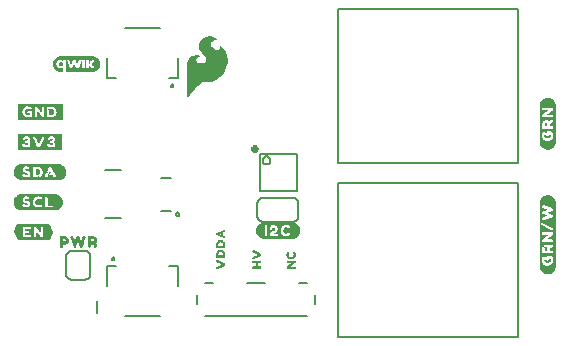
<source format=gto>
G04 EAGLE Gerber RS-274X export*
G75*
%MOMM*%
%FSLAX34Y34*%
%LPD*%
%INSilkscreen Top*%
%IPPOS*%
%AMOC8*
5,1,8,0,0,1.08239X$1,22.5*%
G01*
%ADD10C,0.203200*%
%ADD11C,0.127000*%

G36*
X164805Y202990D02*
X164805Y202990D01*
X164889Y202993D01*
X164890Y202993D01*
X164891Y202993D01*
X164969Y203036D01*
X165042Y203075D01*
X165042Y203076D01*
X165043Y203076D01*
X165047Y203082D01*
X165130Y203190D01*
X165203Y203335D01*
X165559Y203691D01*
X165566Y203702D01*
X165579Y203713D01*
X166179Y204413D01*
X166183Y204420D01*
X166190Y204427D01*
X166882Y205316D01*
X167773Y206306D01*
X167776Y206311D01*
X167782Y206317D01*
X168777Y207510D01*
X169870Y208703D01*
X171069Y210001D01*
X172369Y211401D01*
X172373Y211408D01*
X172380Y211414D01*
X173470Y212702D01*
X174552Y213784D01*
X175527Y214662D01*
X176479Y215328D01*
X177520Y215801D01*
X178541Y216080D01*
X182390Y216080D01*
X182410Y216085D01*
X182437Y216083D01*
X184837Y216383D01*
X184859Y216391D01*
X184890Y216393D01*
X187090Y216993D01*
X187113Y217005D01*
X187146Y217013D01*
X189146Y217913D01*
X189165Y217927D01*
X189193Y217939D01*
X191093Y219139D01*
X191104Y219149D01*
X191121Y219158D01*
X192821Y220458D01*
X192838Y220479D01*
X192867Y220500D01*
X194367Y222100D01*
X194375Y222114D01*
X194390Y222127D01*
X195790Y223927D01*
X195803Y223954D01*
X195828Y223986D01*
X197728Y227686D01*
X197736Y227717D01*
X197756Y227758D01*
X198756Y231358D01*
X198758Y231392D01*
X198770Y231438D01*
X198970Y234938D01*
X198964Y234970D01*
X198966Y235017D01*
X198466Y238317D01*
X198455Y238346D01*
X198448Y238388D01*
X197448Y241188D01*
X197434Y241209D01*
X197424Y241241D01*
X196124Y243641D01*
X196098Y243670D01*
X196059Y243729D01*
X194359Y245429D01*
X194329Y245447D01*
X194292Y245482D01*
X192692Y246482D01*
X192626Y246505D01*
X192562Y246533D01*
X192545Y246533D01*
X192528Y246538D01*
X192459Y246529D01*
X192389Y246527D01*
X192374Y246518D01*
X192356Y246516D01*
X192298Y246477D01*
X192237Y246444D01*
X192227Y246429D01*
X192212Y246419D01*
X192177Y246359D01*
X192137Y246302D01*
X192134Y246283D01*
X192126Y246269D01*
X192123Y246230D01*
X192110Y246160D01*
X192110Y245560D01*
X192117Y245530D01*
X192117Y245485D01*
X192203Y245054D01*
X192027Y243994D01*
X191788Y243596D01*
X191373Y243181D01*
X190812Y242940D01*
X190243Y242940D01*
X188928Y243316D01*
X188187Y243687D01*
X186825Y244660D01*
X186148Y245239D01*
X185689Y245698D01*
X185212Y246462D01*
X185209Y246465D01*
X185206Y246471D01*
X184839Y247022D01*
X184662Y247644D01*
X184575Y248160D01*
X184658Y248657D01*
X184837Y249104D01*
X185112Y249654D01*
X185466Y250096D01*
X186204Y250742D01*
X186582Y250931D01*
X186923Y251101D01*
X187657Y251285D01*
X188511Y251380D01*
X189743Y251380D01*
X190098Y251291D01*
X190134Y251291D01*
X190190Y251280D01*
X190290Y251280D01*
X190351Y251294D01*
X190414Y251300D01*
X190435Y251314D01*
X190459Y251319D01*
X190507Y251359D01*
X190560Y251393D01*
X190573Y251414D01*
X190592Y251429D01*
X190618Y251487D01*
X190651Y251540D01*
X190653Y251565D01*
X190663Y251588D01*
X190661Y251650D01*
X190667Y251713D01*
X190658Y251736D01*
X190657Y251761D01*
X190627Y251816D01*
X190604Y251875D01*
X190584Y251894D01*
X190574Y251913D01*
X190543Y251934D01*
X190501Y251976D01*
X190207Y252173D01*
X189511Y252669D01*
X189496Y252675D01*
X189482Y252688D01*
X188282Y253388D01*
X188258Y253396D01*
X188231Y253413D01*
X186731Y254013D01*
X186713Y254016D01*
X186692Y254026D01*
X184892Y254526D01*
X184858Y254528D01*
X184809Y254540D01*
X182809Y254640D01*
X182771Y254633D01*
X182706Y254631D01*
X180506Y254131D01*
X180472Y254114D01*
X180414Y254097D01*
X178114Y252897D01*
X178089Y252876D01*
X178048Y252854D01*
X176348Y251454D01*
X176325Y251423D01*
X176277Y251375D01*
X175177Y249775D01*
X175163Y249740D01*
X175131Y249687D01*
X174531Y247987D01*
X174528Y247952D01*
X174526Y247941D01*
X174517Y247922D01*
X174518Y247900D01*
X174510Y247860D01*
X174510Y246160D01*
X174519Y246122D01*
X174525Y246053D01*
X175025Y244353D01*
X175039Y244328D01*
X175050Y244290D01*
X175950Y242490D01*
X175969Y242467D01*
X175988Y242429D01*
X177288Y240729D01*
X177305Y240715D01*
X177321Y240691D01*
X179012Y239001D01*
X180268Y237551D01*
X180910Y236176D01*
X180910Y234917D01*
X180551Y233752D01*
X179739Y232850D01*
X178629Y232109D01*
X177337Y231740D01*
X175841Y231740D01*
X174801Y232024D01*
X173981Y232297D01*
X173348Y232839D01*
X172803Y233385D01*
X172546Y233898D01*
X172370Y234513D01*
X172370Y235098D01*
X172531Y235581D01*
X172778Y235910D01*
X173144Y236276D01*
X173623Y236659D01*
X173978Y236926D01*
X174431Y237107D01*
X174443Y237115D01*
X174460Y237120D01*
X174704Y237242D01*
X175060Y237420D01*
X175089Y237444D01*
X175159Y237491D01*
X175259Y237591D01*
X175272Y237613D01*
X175292Y237629D01*
X175318Y237686D01*
X175350Y237738D01*
X175353Y237764D01*
X175363Y237788D01*
X175361Y237849D01*
X175367Y237911D01*
X175358Y237935D01*
X175357Y237961D01*
X175327Y238015D01*
X175305Y238073D01*
X175286Y238090D01*
X175274Y238113D01*
X175224Y238148D01*
X175178Y238190D01*
X175153Y238198D01*
X175132Y238213D01*
X175048Y238229D01*
X175012Y238240D01*
X175002Y238238D01*
X174990Y238240D01*
X174952Y238240D01*
X174721Y238317D01*
X174231Y238513D01*
X174196Y238518D01*
X174144Y238536D01*
X173444Y238636D01*
X173420Y238634D01*
X173390Y238640D01*
X171590Y238640D01*
X171560Y238633D01*
X171515Y238633D01*
X170515Y238433D01*
X170505Y238428D01*
X170490Y238427D01*
X169390Y238127D01*
X169373Y238118D01*
X169349Y238113D01*
X168349Y237713D01*
X168322Y237694D01*
X168279Y237676D01*
X167379Y237076D01*
X167358Y237054D01*
X167321Y237029D01*
X166521Y236229D01*
X166510Y236211D01*
X166490Y236193D01*
X165790Y235293D01*
X165779Y235269D01*
X165756Y235242D01*
X165156Y234142D01*
X165147Y234109D01*
X165124Y234064D01*
X164724Y232664D01*
X164723Y232639D01*
X164713Y232607D01*
X164513Y231007D01*
X164514Y230995D01*
X164510Y230980D01*
X164410Y229080D01*
X164412Y229071D01*
X164410Y229060D01*
X164410Y203360D01*
X164430Y203275D01*
X164449Y203193D01*
X164449Y203192D01*
X164449Y203191D01*
X164506Y203123D01*
X164558Y203059D01*
X164559Y203058D01*
X164637Y203023D01*
X164716Y202987D01*
X164717Y202987D01*
X164718Y202987D01*
X164805Y202990D01*
G37*
G36*
X470504Y53294D02*
X470504Y53294D01*
X470507Y53291D01*
X471207Y53391D01*
X471212Y53396D01*
X471216Y53393D01*
X471815Y53593D01*
X472514Y53793D01*
X472518Y53798D01*
X472522Y53796D01*
X473122Y54096D01*
X473123Y54099D01*
X473125Y54098D01*
X473625Y54398D01*
X473626Y54399D01*
X473627Y54399D01*
X474227Y54799D01*
X474230Y54806D01*
X474235Y54805D01*
X474735Y55305D01*
X474735Y55309D01*
X474738Y55309D01*
X475538Y56309D01*
X475539Y56313D01*
X475541Y56313D01*
X475941Y56913D01*
X475941Y56917D01*
X475944Y56918D01*
X476244Y57518D01*
X476243Y57525D01*
X476247Y57526D01*
X476447Y58225D01*
X476647Y58824D01*
X476643Y58835D01*
X476649Y58840D01*
X476649Y59537D01*
X476749Y60233D01*
X476746Y60238D01*
X476749Y60240D01*
X476749Y113640D01*
X476746Y113644D01*
X476749Y113647D01*
X476549Y115047D01*
X476544Y115052D01*
X476547Y115056D01*
X476347Y115655D01*
X476147Y116354D01*
X476139Y116360D01*
X476141Y116367D01*
X475742Y116966D01*
X475442Y117465D01*
X475441Y117466D01*
X475441Y117467D01*
X475041Y118067D01*
X475031Y118071D01*
X475031Y118078D01*
X474533Y118477D01*
X474035Y118975D01*
X474023Y118976D01*
X474022Y118984D01*
X473425Y119283D01*
X472827Y119681D01*
X472818Y119680D01*
X472816Y119687D01*
X472216Y119887D01*
X472214Y119886D01*
X472214Y119887D01*
X471515Y120087D01*
X470916Y120287D01*
X470905Y120283D01*
X470900Y120289D01*
X469500Y120289D01*
X469496Y120286D01*
X469493Y120289D01*
X468793Y120189D01*
X468792Y120188D01*
X468792Y120189D01*
X468192Y120089D01*
X468189Y120085D01*
X468186Y120087D01*
X467486Y119887D01*
X467482Y119882D01*
X467478Y119884D01*
X466278Y119284D01*
X466275Y119277D01*
X466269Y119278D01*
X465771Y118880D01*
X465173Y118481D01*
X465169Y118471D01*
X465162Y118471D01*
X464762Y117971D01*
X464761Y117967D01*
X464759Y117967D01*
X464360Y117369D01*
X463962Y116871D01*
X463961Y116863D01*
X463956Y116862D01*
X463656Y116262D01*
X463657Y116255D01*
X463653Y116254D01*
X463453Y115555D01*
X463253Y114956D01*
X463255Y114949D01*
X463251Y114947D01*
X463051Y113547D01*
X463054Y113542D01*
X463051Y113540D01*
X463051Y59740D01*
X463054Y59736D01*
X463051Y59733D01*
X463151Y59033D01*
X463155Y59029D01*
X463153Y59026D01*
X463353Y58326D01*
X463354Y58325D01*
X463353Y58324D01*
X463753Y57124D01*
X463761Y57119D01*
X463759Y57113D01*
X464157Y56515D01*
X464456Y55918D01*
X464466Y55913D01*
X464465Y55905D01*
X465465Y54905D01*
X465469Y54905D01*
X465469Y54902D01*
X465969Y54502D01*
X465977Y54501D01*
X465978Y54496D01*
X467778Y53596D01*
X467789Y53598D01*
X467793Y53591D01*
X468489Y53492D01*
X469084Y53293D01*
X469095Y53297D01*
X469100Y53291D01*
X470500Y53291D01*
X470504Y53294D01*
G37*
G36*
X55292Y132755D02*
X55292Y132755D01*
X55301Y132752D01*
X55991Y132851D01*
X56680Y132851D01*
X56707Y132861D01*
X56727Y132858D01*
X57324Y133057D01*
X58021Y133257D01*
X58034Y133267D01*
X58047Y133267D01*
X58647Y133567D01*
X58654Y133575D01*
X58663Y133576D01*
X59263Y133976D01*
X59267Y133982D01*
X59269Y133983D01*
X59273Y133983D01*
X60273Y134783D01*
X60278Y134792D01*
X60286Y134794D01*
X60786Y135294D01*
X60793Y135311D01*
X60804Y135317D01*
X61204Y135917D01*
X61207Y135928D01*
X61214Y135933D01*
X61814Y137133D01*
X61815Y137146D01*
X61822Y137153D01*
X62022Y137753D01*
X62021Y137757D01*
X62024Y137759D01*
X62224Y138459D01*
X62221Y138484D01*
X62229Y138500D01*
X62229Y139188D01*
X62327Y139775D01*
X62322Y139803D01*
X62328Y139821D01*
X62128Y141221D01*
X62120Y141235D01*
X62122Y141247D01*
X61923Y141844D01*
X61724Y142541D01*
X61713Y142554D01*
X61714Y142567D01*
X61414Y143167D01*
X61399Y143180D01*
X61397Y143193D01*
X61001Y143688D01*
X60604Y144283D01*
X60590Y144293D01*
X60586Y144306D01*
X60086Y144806D01*
X60076Y144810D01*
X60073Y144817D01*
X59573Y145217D01*
X59566Y145219D01*
X59563Y145224D01*
X58963Y145624D01*
X58952Y145627D01*
X58947Y145634D01*
X57747Y146234D01*
X57734Y146235D01*
X57727Y146242D01*
X57127Y146442D01*
X57111Y146441D01*
X57101Y146448D01*
X55701Y146648D01*
X55689Y146645D01*
X55680Y146649D01*
X24580Y146649D01*
X24548Y146637D01*
X24532Y146635D01*
X24521Y146644D01*
X24496Y146641D01*
X24480Y146649D01*
X23980Y146649D01*
X23966Y146644D01*
X23955Y146647D01*
X23355Y146547D01*
X23347Y146542D01*
X23339Y146544D01*
X22639Y146344D01*
X22636Y146341D01*
X22633Y146342D01*
X22033Y146142D01*
X22027Y146137D01*
X22021Y146137D01*
X21321Y145837D01*
X21312Y145829D01*
X21303Y145828D01*
X20803Y145528D01*
X20801Y145525D01*
X20797Y145524D01*
X20197Y145124D01*
X20187Y145110D01*
X20174Y145106D01*
X19174Y144106D01*
X19170Y144096D01*
X19163Y144093D01*
X18763Y143593D01*
X18758Y143575D01*
X18747Y143567D01*
X18147Y142367D01*
X18145Y142350D01*
X18137Y142341D01*
X17937Y141644D01*
X17738Y141047D01*
X17739Y141031D01*
X17732Y141021D01*
X17632Y140321D01*
X17635Y140309D01*
X17631Y140300D01*
X17631Y139000D01*
X17640Y138976D01*
X17637Y138959D01*
X17834Y138269D01*
X17932Y137579D01*
X17947Y137553D01*
X17947Y137533D01*
X18847Y135733D01*
X18861Y135720D01*
X18863Y135707D01*
X19263Y135207D01*
X19271Y135202D01*
X19272Y135199D01*
X19273Y135199D01*
X19274Y135194D01*
X20274Y134194D01*
X20301Y134183D01*
X20313Y134167D01*
X20905Y133871D01*
X21497Y133476D01*
X21521Y133471D01*
X21533Y133458D01*
X22733Y133058D01*
X22737Y133059D01*
X22739Y133057D01*
X23439Y132857D01*
X23451Y132858D01*
X23459Y132852D01*
X24159Y132752D01*
X24171Y132755D01*
X24180Y132751D01*
X55280Y132751D01*
X55292Y132755D01*
G37*
G36*
X470204Y158704D02*
X470204Y158704D01*
X470207Y158701D01*
X470907Y158801D01*
X470908Y158802D01*
X470908Y158801D01*
X471508Y158901D01*
X471511Y158905D01*
X471514Y158903D01*
X472214Y159103D01*
X472218Y159108D01*
X472222Y159106D01*
X474022Y160006D01*
X474027Y160016D01*
X474035Y160015D01*
X475035Y161015D01*
X475035Y161019D01*
X475038Y161019D01*
X475438Y161519D01*
X475439Y161527D01*
X475444Y161528D01*
X475743Y162125D01*
X476141Y162723D01*
X476140Y162732D01*
X476147Y162734D01*
X476547Y163934D01*
X476545Y163941D01*
X476549Y163943D01*
X476749Y165343D01*
X476746Y165348D01*
X476749Y165350D01*
X476749Y195850D01*
X476746Y195854D01*
X476749Y195857D01*
X476649Y196557D01*
X476648Y196558D01*
X476649Y196558D01*
X476549Y197158D01*
X476449Y197857D01*
X476441Y197865D01*
X476444Y197872D01*
X475544Y199672D01*
X475537Y199675D01*
X475538Y199681D01*
X475138Y200181D01*
X475134Y200182D01*
X475135Y200185D01*
X474135Y201185D01*
X474128Y201186D01*
X474127Y201191D01*
X473527Y201591D01*
X473523Y201591D01*
X473522Y201594D01*
X472322Y202194D01*
X472317Y202193D01*
X472316Y202197D01*
X471716Y202397D01*
X471709Y202395D01*
X471707Y202399D01*
X470307Y202599D01*
X470302Y202596D01*
X470300Y202599D01*
X469000Y202599D01*
X468992Y202593D01*
X468986Y202597D01*
X468286Y202397D01*
X468285Y202396D01*
X468284Y202397D01*
X467685Y202197D01*
X466986Y201997D01*
X466982Y201992D01*
X466978Y201994D01*
X466378Y201694D01*
X466375Y201687D01*
X466369Y201688D01*
X465369Y200888D01*
X465368Y200884D01*
X465365Y200885D01*
X464365Y199885D01*
X464364Y199873D01*
X464356Y199872D01*
X463456Y198072D01*
X463457Y198067D01*
X463453Y198065D01*
X463454Y198064D01*
X463453Y198064D01*
X463253Y197364D01*
X463254Y197360D01*
X463251Y197358D01*
X463151Y196758D01*
X463152Y196757D01*
X463151Y196757D01*
X463051Y196057D01*
X463054Y196052D01*
X463051Y196050D01*
X463051Y165450D01*
X463054Y165446D01*
X463051Y165443D01*
X463151Y164743D01*
X463152Y164742D01*
X463151Y164742D01*
X463251Y164142D01*
X463255Y164139D01*
X463253Y164136D01*
X463453Y163436D01*
X463454Y163435D01*
X463453Y163434D01*
X463653Y162834D01*
X463658Y162831D01*
X463656Y162828D01*
X463956Y162228D01*
X463960Y162226D01*
X463959Y162223D01*
X464359Y161623D01*
X464362Y161622D01*
X464362Y161619D01*
X465162Y160619D01*
X465169Y160617D01*
X465168Y160612D01*
X465768Y160112D01*
X465769Y160112D01*
X466269Y159712D01*
X466277Y159711D01*
X466278Y159706D01*
X467478Y159106D01*
X467485Y159107D01*
X467486Y159103D01*
X468186Y158903D01*
X468190Y158904D01*
X468192Y158901D01*
X468792Y158801D01*
X468793Y158802D01*
X468793Y158801D01*
X469493Y158701D01*
X469498Y158704D01*
X469500Y158701D01*
X470200Y158701D01*
X470204Y158704D01*
G37*
G36*
X53092Y107355D02*
X53092Y107355D01*
X53101Y107352D01*
X53801Y107452D01*
X53815Y107460D01*
X53827Y107458D01*
X54424Y107657D01*
X55121Y107857D01*
X55134Y107867D01*
X55147Y107867D01*
X56347Y108467D01*
X56360Y108481D01*
X56373Y108483D01*
X56873Y108883D01*
X56878Y108892D01*
X56886Y108894D01*
X57886Y109894D01*
X57890Y109904D01*
X57897Y109907D01*
X58297Y110407D01*
X58302Y110425D01*
X58314Y110433D01*
X58914Y111633D01*
X58915Y111646D01*
X58922Y111653D01*
X59122Y112253D01*
X59121Y112257D01*
X59124Y112259D01*
X59324Y112959D01*
X59322Y112971D01*
X59328Y112979D01*
X59428Y113679D01*
X59425Y113691D01*
X59429Y113700D01*
X59429Y115000D01*
X59425Y115012D01*
X59428Y115021D01*
X59328Y115721D01*
X59320Y115735D01*
X59322Y115747D01*
X59123Y116344D01*
X58924Y117041D01*
X58913Y117054D01*
X58914Y117067D01*
X58614Y117667D01*
X58605Y117674D01*
X58604Y117683D01*
X58204Y118283D01*
X58198Y118287D01*
X58197Y118293D01*
X57797Y118793D01*
X57788Y118798D01*
X57786Y118806D01*
X57286Y119306D01*
X57276Y119310D01*
X57273Y119317D01*
X56273Y120117D01*
X56266Y120119D01*
X56263Y120124D01*
X55663Y120524D01*
X55639Y120529D01*
X55627Y120542D01*
X55027Y120742D01*
X55023Y120741D01*
X55021Y120744D01*
X54324Y120943D01*
X53727Y121142D01*
X53711Y121141D01*
X53701Y121148D01*
X53001Y121248D01*
X52989Y121245D01*
X52980Y121249D01*
X24580Y121249D01*
X24551Y121238D01*
X24530Y121237D01*
X24523Y121243D01*
X24497Y121241D01*
X24480Y121249D01*
X24180Y121249D01*
X24168Y121245D01*
X24159Y121248D01*
X23459Y121148D01*
X23448Y121142D01*
X23439Y121144D01*
X22739Y120944D01*
X22736Y120941D01*
X22733Y120942D01*
X21533Y120542D01*
X21514Y120526D01*
X21497Y120524D01*
X20905Y120129D01*
X20313Y119834D01*
X20294Y119812D01*
X20274Y119806D01*
X19274Y118806D01*
X19270Y118796D01*
X19263Y118793D01*
X18863Y118293D01*
X18858Y118275D01*
X18847Y118267D01*
X17947Y116467D01*
X17944Y116438D01*
X17932Y116421D01*
X17834Y115734D01*
X17638Y115147D01*
X17639Y115134D01*
X17635Y115126D01*
X17638Y115115D01*
X17631Y115100D01*
X17631Y113700D01*
X17635Y113688D01*
X17632Y113679D01*
X17732Y112979D01*
X17740Y112965D01*
X17738Y112953D01*
X17938Y112355D01*
X18137Y111659D01*
X18147Y111646D01*
X18147Y111633D01*
X18447Y111033D01*
X18452Y111029D01*
X18452Y111023D01*
X18752Y110523D01*
X18755Y110521D01*
X18756Y110517D01*
X19156Y109917D01*
X19170Y109907D01*
X19174Y109894D01*
X19674Y109394D01*
X19684Y109390D01*
X19687Y109383D01*
X20687Y108583D01*
X20694Y108581D01*
X20697Y108576D01*
X21297Y108176D01*
X21308Y108173D01*
X21313Y108167D01*
X21913Y107867D01*
X21930Y107865D01*
X21939Y107857D01*
X22636Y107657D01*
X23233Y107458D01*
X23262Y107460D01*
X23280Y107451D01*
X23969Y107451D01*
X24659Y107352D01*
X24671Y107355D01*
X24680Y107351D01*
X53080Y107351D01*
X53092Y107355D01*
G37*
G36*
X59024Y183568D02*
X59024Y183568D01*
X59069Y183580D01*
X59072Y183586D01*
X59080Y183589D01*
X59129Y183685D01*
X59126Y183694D01*
X59129Y183700D01*
X59129Y197200D01*
X59117Y197233D01*
X59113Y197268D01*
X59099Y197278D01*
X59091Y197300D01*
X59021Y197335D01*
X59005Y197347D01*
X58405Y197447D01*
X58390Y197444D01*
X58380Y197449D01*
X24580Y197449D01*
X24545Y197436D01*
X24530Y197434D01*
X24511Y197446D01*
X24492Y197443D01*
X24480Y197449D01*
X21180Y197449D01*
X21136Y197432D01*
X21091Y197420D01*
X21088Y197414D01*
X21080Y197411D01*
X21031Y197315D01*
X21034Y197306D01*
X21031Y197300D01*
X21031Y183800D01*
X21043Y183767D01*
X21047Y183732D01*
X21061Y183722D01*
X21069Y183700D01*
X21139Y183665D01*
X21155Y183653D01*
X21755Y183553D01*
X21770Y183556D01*
X21780Y183551D01*
X58980Y183551D01*
X59024Y183568D01*
G37*
G36*
X58213Y158163D02*
X58213Y158163D01*
X58248Y158167D01*
X58258Y158181D01*
X58280Y158189D01*
X58315Y158259D01*
X58327Y158275D01*
X58427Y158875D01*
X58426Y158879D01*
X58428Y158882D01*
X58425Y158892D01*
X58429Y158900D01*
X58429Y171800D01*
X58417Y171833D01*
X58413Y171868D01*
X58399Y171878D01*
X58391Y171900D01*
X58321Y171935D01*
X58305Y171947D01*
X57705Y172047D01*
X57690Y172044D01*
X57680Y172049D01*
X24580Y172049D01*
X24550Y172038D01*
X24530Y172037D01*
X24522Y172043D01*
X24496Y172041D01*
X24480Y172049D01*
X21380Y172049D01*
X21362Y172042D01*
X21342Y172044D01*
X21323Y172027D01*
X21280Y172011D01*
X21261Y171972D01*
X21241Y171955D01*
X21041Y171455D01*
X21041Y171420D01*
X21031Y171400D01*
X21031Y158500D01*
X21038Y158482D01*
X21036Y158462D01*
X21053Y158443D01*
X21069Y158400D01*
X21108Y158381D01*
X21125Y158361D01*
X21625Y158161D01*
X21660Y158161D01*
X21680Y158151D01*
X58180Y158151D01*
X58213Y158163D01*
G37*
G36*
X253590Y83324D02*
X253590Y83324D01*
X253593Y83321D01*
X254189Y83421D01*
X254885Y83421D01*
X254893Y83427D01*
X254899Y83423D01*
X255599Y83623D01*
X255600Y83624D01*
X255601Y83623D01*
X256201Y83823D01*
X256204Y83828D01*
X256207Y83826D01*
X256807Y84126D01*
X256809Y84130D01*
X256812Y84129D01*
X257412Y84529D01*
X257413Y84532D01*
X257416Y84532D01*
X258416Y85332D01*
X258417Y85336D01*
X258420Y85335D01*
X258920Y85835D01*
X258921Y85842D01*
X258926Y85843D01*
X259326Y86443D01*
X259326Y86445D01*
X259327Y86445D01*
X259627Y86945D01*
X259627Y86950D01*
X259630Y86951D01*
X259930Y87651D01*
X259930Y87654D01*
X259932Y87654D01*
X260332Y88854D01*
X260330Y88861D01*
X260334Y88863D01*
X260434Y89563D01*
X260431Y89568D01*
X260434Y89570D01*
X260434Y90970D01*
X260431Y90975D01*
X260434Y90978D01*
X260334Y91578D01*
X260330Y91581D01*
X260332Y91584D01*
X260132Y92284D01*
X260131Y92285D01*
X260132Y92286D01*
X259932Y92886D01*
X259924Y92891D01*
X259926Y92897D01*
X259528Y93495D01*
X259229Y94092D01*
X259222Y94095D01*
X259223Y94101D01*
X258823Y94601D01*
X258819Y94602D01*
X258820Y94605D01*
X257820Y95605D01*
X257808Y95606D01*
X257807Y95614D01*
X257210Y95913D01*
X256612Y96311D01*
X256603Y96310D01*
X256601Y96317D01*
X256004Y96516D01*
X255407Y96814D01*
X255396Y96812D01*
X255392Y96819D01*
X253992Y97019D01*
X253987Y97016D01*
X253985Y97019D01*
X229185Y97019D01*
X229181Y97016D01*
X229178Y97019D01*
X228478Y96919D01*
X228473Y96914D01*
X228469Y96917D01*
X227870Y96717D01*
X227171Y96517D01*
X227167Y96512D01*
X227163Y96514D01*
X225963Y95914D01*
X225960Y95907D01*
X225954Y95908D01*
X224954Y95108D01*
X224953Y95104D01*
X224950Y95105D01*
X224450Y94605D01*
X224449Y94598D01*
X224444Y94597D01*
X223644Y93397D01*
X223644Y93393D01*
X223641Y93392D01*
X223341Y92792D01*
X223341Y92790D01*
X223341Y92789D01*
X223342Y92787D01*
X223338Y92786D01*
X223138Y92186D01*
X223139Y92184D01*
X223138Y92184D01*
X222938Y91484D01*
X222939Y91480D01*
X222936Y91478D01*
X222836Y90878D01*
X222839Y90873D01*
X222836Y90870D01*
X222836Y89470D01*
X222839Y89465D01*
X222836Y89462D01*
X222936Y88862D01*
X222940Y88859D01*
X222938Y88856D01*
X223138Y88156D01*
X223139Y88155D01*
X223138Y88154D01*
X223338Y87554D01*
X223343Y87551D01*
X223341Y87548D01*
X223641Y86948D01*
X223645Y86946D01*
X223644Y86943D01*
X224444Y85743D01*
X224451Y85740D01*
X224450Y85735D01*
X224950Y85235D01*
X224954Y85235D01*
X224954Y85232D01*
X225954Y84432D01*
X225962Y84431D01*
X225963Y84426D01*
X227163Y83826D01*
X227170Y83827D01*
X227171Y83823D01*
X227870Y83623D01*
X228469Y83423D01*
X228476Y83425D01*
X228478Y83421D01*
X229178Y83321D01*
X229183Y83324D01*
X229185Y83321D01*
X253585Y83321D01*
X253590Y83324D01*
G37*
G36*
X59560Y224728D02*
X59560Y224728D01*
X59582Y224731D01*
X59590Y224748D01*
X59599Y224753D01*
X59597Y224763D01*
X59604Y224778D01*
X59616Y225194D01*
X59616Y225195D01*
X59616Y228374D01*
X59610Y228383D01*
X59613Y228394D01*
X59593Y228410D01*
X59580Y228431D01*
X59569Y228429D01*
X59560Y228436D01*
X59517Y228422D01*
X59512Y228421D01*
X59512Y228420D01*
X59511Y228420D01*
X59194Y228122D01*
X58783Y227807D01*
X58318Y227585D01*
X57815Y227465D01*
X57298Y227431D01*
X56780Y227479D01*
X56275Y227597D01*
X55791Y227782D01*
X55342Y228039D01*
X54956Y228384D01*
X54631Y228788D01*
X54366Y229234D01*
X54159Y229710D01*
X54034Y230216D01*
X53961Y230734D01*
X53925Y231255D01*
X53965Y231776D01*
X54048Y232292D01*
X54180Y232796D01*
X54396Y233268D01*
X54678Y233703D01*
X55020Y234091D01*
X55420Y234418D01*
X55873Y234670D01*
X56366Y234829D01*
X56878Y234917D01*
X57397Y234950D01*
X57912Y234894D01*
X58407Y234745D01*
X58865Y234508D01*
X59270Y234179D01*
X59271Y234178D01*
X59272Y234177D01*
X59516Y233992D01*
X59524Y233992D01*
X59528Y233985D01*
X59556Y233989D01*
X59584Y233987D01*
X59587Y233994D01*
X59595Y233995D01*
X59616Y234042D01*
X59616Y234647D01*
X59627Y234873D01*
X61927Y234873D01*
X61923Y234627D01*
X61931Y234615D01*
X61951Y224969D01*
X61951Y224968D01*
X61951Y224966D01*
X61960Y224776D01*
X61972Y224759D01*
X61975Y224738D01*
X61993Y224730D01*
X62000Y224721D01*
X62009Y224723D01*
X62023Y224717D01*
X84601Y224719D01*
X84603Y224720D01*
X84607Y224719D01*
X85661Y224825D01*
X85664Y224827D01*
X85668Y224826D01*
X86183Y224938D01*
X86186Y224940D01*
X86190Y224939D01*
X87195Y225268D01*
X87199Y225272D01*
X87206Y225273D01*
X88137Y225778D01*
X88139Y225782D01*
X88146Y225784D01*
X88975Y226440D01*
X88976Y226443D01*
X88980Y226445D01*
X89357Y226813D01*
X89358Y226816D01*
X89362Y226818D01*
X90029Y227641D01*
X90029Y227646D01*
X90035Y227650D01*
X90541Y228581D01*
X90540Y228586D01*
X90544Y228590D01*
X90728Y229084D01*
X90727Y229086D01*
X90729Y229088D01*
X90886Y229593D01*
X90885Y229595D01*
X90887Y229597D01*
X91011Y230110D01*
X91009Y230114D01*
X91012Y230118D01*
X91119Y231172D01*
X91116Y231177D01*
X91119Y231184D01*
X91029Y232238D01*
X91028Y232240D01*
X91029Y232244D01*
X90938Y232763D01*
X90936Y232766D01*
X90936Y232771D01*
X90622Y233783D01*
X90618Y233786D01*
X90618Y233794D01*
X90117Y234727D01*
X90114Y234728D01*
X90113Y234733D01*
X89810Y235165D01*
X89808Y235166D01*
X89807Y235169D01*
X89470Y235578D01*
X89469Y235578D01*
X89468Y235580D01*
X89438Y235614D01*
X89381Y235676D01*
X89381Y235677D01*
X89324Y235739D01*
X89267Y235802D01*
X89154Y235927D01*
X89154Y235928D01*
X89114Y235971D01*
X89110Y235972D01*
X89107Y235978D01*
X88290Y236652D01*
X88285Y236652D01*
X88281Y236658D01*
X87356Y237173D01*
X87353Y237173D01*
X87349Y237176D01*
X86863Y237378D01*
X86860Y237378D01*
X86856Y237381D01*
X85842Y237682D01*
X85837Y237681D01*
X85831Y237684D01*
X84776Y237791D01*
X84587Y237810D01*
X84584Y237808D01*
X84581Y237810D01*
X57565Y237810D01*
X57563Y237808D01*
X57559Y237810D01*
X56505Y237705D01*
X56502Y237703D01*
X56499Y237704D01*
X55982Y237600D01*
X55980Y237598D01*
X55975Y237599D01*
X54967Y237276D01*
X54963Y237272D01*
X54956Y237272D01*
X54025Y236766D01*
X54023Y236763D01*
X54017Y236762D01*
X53593Y236448D01*
X53592Y236447D01*
X53590Y236446D01*
X53181Y236109D01*
X53181Y236107D01*
X53178Y236106D01*
X52796Y235743D01*
X52795Y235739D01*
X52791Y235737D01*
X52118Y234919D01*
X52118Y234914D01*
X52112Y234909D01*
X51606Y233978D01*
X51606Y233974D01*
X51603Y233970D01*
X51413Y233479D01*
X51413Y233477D01*
X51411Y233474D01*
X51254Y232969D01*
X51255Y232967D01*
X51253Y232966D01*
X51122Y232454D01*
X51124Y232450D01*
X51121Y232445D01*
X51014Y231391D01*
X51016Y231387D01*
X51014Y231381D01*
X51043Y230854D01*
X51044Y230853D01*
X51043Y230851D01*
X51096Y230324D01*
X51097Y230323D01*
X51097Y230321D01*
X51180Y229800D01*
X51183Y229797D01*
X51182Y229791D01*
X51496Y228779D01*
X51500Y228776D01*
X51501Y228769D01*
X51995Y227833D01*
X51998Y227831D01*
X51998Y227827D01*
X52295Y227391D01*
X52298Y227390D01*
X52299Y227385D01*
X52416Y227248D01*
X52470Y227185D01*
X52523Y227123D01*
X52684Y226934D01*
X52737Y226872D01*
X52791Y226809D01*
X52844Y226746D01*
X52986Y226580D01*
X52990Y226579D01*
X52993Y226573D01*
X53811Y225898D01*
X53815Y225898D01*
X53820Y225892D01*
X54741Y225372D01*
X54744Y225372D01*
X54747Y225369D01*
X55231Y225160D01*
X55234Y225160D01*
X55237Y225157D01*
X56250Y224848D01*
X56255Y224850D01*
X56262Y224846D01*
X57316Y224740D01*
X57318Y224741D01*
X57320Y224740D01*
X57848Y224717D01*
X57849Y224717D01*
X57851Y224717D01*
X59542Y224717D01*
X59560Y224728D01*
G37*
G36*
X47680Y81989D02*
X47680Y81989D01*
X47682Y81993D01*
X47686Y81994D01*
X48086Y82394D01*
X48098Y82422D01*
X48114Y82434D01*
X51114Y88534D01*
X51116Y88561D01*
X51127Y88575D01*
X51227Y89175D01*
X51213Y89245D01*
X51213Y89269D01*
X48113Y95269D01*
X48099Y95280D01*
X48097Y95293D01*
X47697Y95793D01*
X47604Y95847D01*
X47590Y95844D01*
X47580Y95849D01*
X24580Y95849D01*
X24562Y95842D01*
X24543Y95845D01*
X24531Y95836D01*
X24503Y95838D01*
X24480Y95849D01*
X21680Y95849D01*
X21653Y95839D01*
X21633Y95842D01*
X21033Y95642D01*
X20950Y95573D01*
X20949Y95568D01*
X20946Y95566D01*
X17946Y89466D01*
X17647Y88867D01*
X17646Y88866D01*
X17646Y88863D01*
X17644Y88839D01*
X17640Y88831D01*
X17642Y88822D01*
X17636Y88760D01*
X17647Y88745D01*
X17647Y88732D01*
X21047Y82132D01*
X21128Y82060D01*
X21145Y82060D01*
X21155Y82053D01*
X21755Y81953D01*
X21770Y81956D01*
X21780Y81951D01*
X47580Y81951D01*
X47680Y81989D01*
G37*
G36*
X74971Y75812D02*
X74971Y75812D01*
X74997Y75812D01*
X75597Y76112D01*
X75610Y76126D01*
X75627Y76133D01*
X75634Y76146D01*
X75647Y76152D01*
X76047Y76652D01*
X76056Y76682D01*
X76071Y76697D01*
X78471Y83797D01*
X78471Y83802D01*
X78474Y83804D01*
X78674Y84504D01*
X78664Y84611D01*
X78664Y84612D01*
X78464Y85012D01*
X78419Y85053D01*
X78404Y85075D01*
X77704Y85475D01*
X77683Y85478D01*
X77671Y85489D01*
X76971Y85689D01*
X76969Y85688D01*
X76968Y85689D01*
X76959Y85687D01*
X76864Y85679D01*
X76851Y85665D01*
X76837Y85662D01*
X76337Y85262D01*
X76309Y85214D01*
X76290Y85196D01*
X74701Y80827D01*
X74695Y80821D01*
X73472Y84492D01*
X73272Y85092D01*
X73248Y85120D01*
X73244Y85138D01*
X73227Y85147D01*
X73223Y85151D01*
X73213Y85169D01*
X72613Y85569D01*
X72512Y85592D01*
X72509Y85593D01*
X72508Y85593D01*
X71809Y85493D01*
X71777Y85475D01*
X71753Y85473D01*
X71253Y85173D01*
X71246Y85163D01*
X71237Y85160D01*
X71226Y85138D01*
X71212Y85120D01*
X71193Y85104D01*
X70893Y84404D01*
X70893Y84397D01*
X70889Y84393D01*
X69666Y80820D01*
X69660Y80826D01*
X68372Y84692D01*
X68363Y84702D01*
X68364Y84712D01*
X68064Y85312D01*
X68021Y85350D01*
X68007Y85373D01*
X67507Y85673D01*
X67401Y85691D01*
X67395Y85687D01*
X67389Y85689D01*
X66689Y85489D01*
X66672Y85475D01*
X66656Y85475D01*
X65956Y85075D01*
X65888Y84991D01*
X65889Y84981D01*
X65884Y84974D01*
X65784Y84474D01*
X65784Y84470D01*
X65783Y84467D01*
X65788Y84448D01*
X65791Y84430D01*
X65787Y84404D01*
X65987Y83704D01*
X65989Y83701D01*
X65989Y83697D01*
X68389Y76597D01*
X68409Y76573D01*
X68413Y76552D01*
X68813Y76052D01*
X68871Y76018D01*
X68889Y76002D01*
X69589Y75802D01*
X69631Y75805D01*
X69655Y75798D01*
X70255Y75898D01*
X70335Y75945D01*
X70345Y75949D01*
X70845Y76549D01*
X70855Y76581D01*
X70871Y76596D01*
X71671Y78896D01*
X71671Y78897D01*
X71672Y78898D01*
X72230Y80573D01*
X73588Y76498D01*
X73607Y76475D01*
X73613Y76453D01*
X73621Y76449D01*
X73624Y76439D01*
X74124Y75939D01*
X74190Y75910D01*
X74209Y75897D01*
X74909Y75797D01*
X74971Y75812D01*
G37*
%LPC*%
G36*
X465727Y99185D02*
X465727Y99185D01*
X465343Y99666D01*
X465052Y100343D01*
X465242Y101008D01*
X465720Y101295D01*
X469614Y102493D01*
X469618Y102498D01*
X469622Y102496D01*
X470222Y102796D01*
X470228Y102808D01*
X470241Y102813D01*
X470238Y102822D01*
X470240Y102823D01*
X470237Y102827D01*
X470248Y102849D01*
X470224Y102861D01*
X470215Y102887D01*
X466417Y104086D01*
X465731Y104380D01*
X465344Y104864D01*
X465152Y105440D01*
X465341Y106008D01*
X465922Y106395D01*
X469716Y107693D01*
X469719Y107698D01*
X469722Y107696D01*
X470122Y107896D01*
X470128Y107908D01*
X470141Y107912D01*
X470136Y107925D01*
X470148Y107949D01*
X470124Y107961D01*
X470116Y107987D01*
X466216Y109287D01*
X465624Y109484D01*
X465149Y109864D01*
X465149Y110432D01*
X465245Y110720D01*
X465635Y111403D01*
X466008Y111589D01*
X466688Y111492D01*
X473681Y108995D01*
X474263Y108703D01*
X474549Y108132D01*
X474453Y107460D01*
X474068Y106979D01*
X473481Y106686D01*
X469586Y105487D01*
X469577Y105475D01*
X469562Y105471D01*
X469565Y105459D01*
X469551Y105439D01*
X469574Y105422D01*
X469580Y105395D01*
X470480Y104995D01*
X470483Y104996D01*
X470483Y104994D01*
X472983Y104094D01*
X472984Y104094D01*
X472984Y104093D01*
X473876Y103796D01*
X474358Y103411D01*
X474549Y102836D01*
X474454Y102264D01*
X473973Y101783D01*
X466884Y99387D01*
X466883Y99384D01*
X466881Y99385D01*
X466195Y99091D01*
X465727Y99185D01*
G37*
%LPD*%
G36*
X82649Y75897D02*
X82649Y75897D01*
X82697Y75923D01*
X82723Y75928D01*
X83223Y76328D01*
X83276Y76418D01*
X83277Y76420D01*
X83377Y77020D01*
X83374Y77035D01*
X83379Y77045D01*
X83379Y78344D01*
X83759Y78496D01*
X84947Y78496D01*
X85398Y77775D01*
X86093Y76185D01*
X86108Y76170D01*
X86113Y76155D01*
X86134Y76144D01*
X86140Y76138D01*
X86153Y76117D01*
X86653Y75817D01*
X86734Y75803D01*
X86751Y75797D01*
X87451Y75897D01*
X87481Y75914D01*
X87504Y75915D01*
X88204Y76315D01*
X88254Y76377D01*
X88269Y76390D01*
X88469Y76890D01*
X88470Y76965D01*
X88474Y76986D01*
X88274Y77686D01*
X88271Y77689D01*
X88272Y77692D01*
X88172Y77992D01*
X88165Y78000D01*
X88166Y78008D01*
X87573Y79292D01*
X87492Y79696D01*
X87936Y80139D01*
X87953Y80180D01*
X87972Y80198D01*
X88172Y80798D01*
X88171Y80802D01*
X88174Y80804D01*
X88374Y81504D01*
X88371Y81529D01*
X88379Y81545D01*
X88379Y82245D01*
X88375Y82257D01*
X88378Y82266D01*
X88278Y82966D01*
X88270Y82980D01*
X88272Y82992D01*
X88072Y83592D01*
X88063Y83602D01*
X88064Y83612D01*
X87764Y84212D01*
X87742Y84231D01*
X87739Y84243D01*
X87730Y84247D01*
X87723Y84262D01*
X87271Y84623D01*
X87279Y84642D01*
X87277Y84647D01*
X87279Y84652D01*
X87269Y84670D01*
X87242Y84743D01*
X87221Y84754D01*
X87213Y84769D01*
X86613Y85169D01*
X86602Y85172D01*
X86597Y85179D01*
X85997Y85479D01*
X85968Y85481D01*
X85951Y85493D01*
X85253Y85593D01*
X84655Y85692D01*
X84640Y85689D01*
X84630Y85694D01*
X81830Y85694D01*
X81806Y85685D01*
X81789Y85689D01*
X81089Y85489D01*
X81059Y85466D01*
X81039Y85458D01*
X81034Y85447D01*
X81003Y85424D01*
X81000Y85408D01*
X80991Y85400D01*
X80791Y84900D01*
X80791Y84865D01*
X80781Y84845D01*
X80781Y76645D01*
X80793Y76612D01*
X80791Y76590D01*
X80991Y76090D01*
X81065Y76011D01*
X81080Y76010D01*
X81089Y76002D01*
X81789Y75802D01*
X81826Y75805D01*
X81849Y75797D01*
X82649Y75897D01*
G37*
G36*
X58730Y75834D02*
X58730Y75834D01*
X58732Y75838D01*
X58736Y75839D01*
X59136Y76239D01*
X59163Y76300D01*
X59177Y76320D01*
X59277Y76920D01*
X59274Y76935D01*
X59279Y76945D01*
X59279Y78244D01*
X59659Y78396D01*
X60930Y78396D01*
X60942Y78400D01*
X60951Y78397D01*
X61651Y78497D01*
X61670Y78508D01*
X61685Y78506D01*
X62181Y78705D01*
X62190Y78706D01*
X62283Y78706D01*
X62298Y78719D01*
X62313Y78721D01*
X62913Y79121D01*
X62917Y79127D01*
X62923Y79128D01*
X63423Y79528D01*
X63433Y79546D01*
X63447Y79552D01*
X63847Y80052D01*
X63854Y80075D01*
X63867Y80086D01*
X64167Y80786D01*
X64167Y80794D01*
X64172Y80798D01*
X64372Y81398D01*
X64370Y81427D01*
X64379Y81445D01*
X64379Y82845D01*
X64363Y82886D01*
X64364Y82912D01*
X63964Y83712D01*
X63949Y83725D01*
X63947Y83738D01*
X63547Y84238D01*
X63542Y84241D01*
X63541Y84243D01*
X63538Y84244D01*
X63536Y84251D01*
X63036Y84751D01*
X63019Y84758D01*
X63013Y84769D01*
X62413Y85169D01*
X62402Y85172D01*
X62397Y85179D01*
X61797Y85479D01*
X61770Y85481D01*
X61755Y85492D01*
X61155Y85592D01*
X61140Y85589D01*
X61130Y85594D01*
X57630Y85594D01*
X57603Y85584D01*
X57583Y85587D01*
X56983Y85387D01*
X56900Y85318D01*
X56898Y85306D01*
X56891Y85300D01*
X56691Y84800D01*
X56691Y84780D01*
X56684Y84765D01*
X56686Y84756D01*
X56681Y84745D01*
X56681Y76545D01*
X56703Y76488D01*
X56709Y76467D01*
X56711Y76455D01*
X57011Y76055D01*
X57073Y76017D01*
X57089Y76002D01*
X57789Y75802D01*
X57814Y75804D01*
X57830Y75796D01*
X58630Y75796D01*
X58730Y75834D01*
G37*
%LPC*%
G36*
X473448Y185960D02*
X473448Y185960D01*
X473404Y185999D01*
X473402Y185997D01*
X473400Y185999D01*
X465909Y185999D01*
X465436Y186189D01*
X465149Y186762D01*
X465149Y187438D01*
X465439Y188019D01*
X466031Y188511D01*
X468729Y190510D01*
X468729Y190511D01*
X468730Y190511D01*
X470430Y191811D01*
X470434Y191827D01*
X470442Y191833D01*
X470438Y191839D01*
X470438Y191842D01*
X470449Y191850D01*
X470449Y192050D01*
X470413Y192097D01*
X470406Y192092D01*
X470400Y192099D01*
X465615Y192099D01*
X465341Y192282D01*
X465149Y192858D01*
X465149Y193538D01*
X465433Y194106D01*
X466008Y194201D01*
X466703Y194301D01*
X473493Y194301D01*
X474174Y194106D01*
X474453Y193827D01*
X474550Y192951D01*
X474454Y192374D01*
X473868Y191787D01*
X469771Y188690D01*
X469473Y188491D01*
X469470Y188484D01*
X469465Y188485D01*
X469265Y188285D01*
X469263Y188272D01*
X469253Y188264D01*
X469253Y188263D01*
X469261Y188253D01*
X469257Y188226D01*
X469284Y188222D01*
X469300Y188201D01*
X473986Y188201D01*
X474455Y187920D01*
X474550Y187249D01*
X474453Y186377D01*
X474080Y186097D01*
X473492Y185999D01*
X473451Y185955D01*
X473456Y185950D01*
X473455Y185949D01*
X473456Y185948D01*
X473452Y185943D01*
X473448Y185960D01*
G37*
%LPD*%
%LPC*%
G36*
X473649Y80540D02*
X473649Y80540D01*
X473613Y80587D01*
X473606Y80582D01*
X473600Y80589D01*
X466203Y80589D01*
X465526Y80686D01*
X465149Y81157D01*
X465149Y81932D01*
X465343Y82513D01*
X465832Y83002D01*
X469129Y85400D01*
X470428Y86300D01*
X470432Y86312D01*
X470441Y86313D01*
X470641Y86613D01*
X470641Y86618D01*
X470643Y86620D01*
X470641Y86622D01*
X470647Y86627D01*
X470640Y86637D01*
X470637Y86672D01*
X470614Y86671D01*
X470600Y86689D01*
X465820Y86689D01*
X465149Y87360D01*
X465149Y88032D01*
X465339Y88601D01*
X465911Y88792D01*
X466603Y88891D01*
X473396Y88891D01*
X473983Y88793D01*
X474454Y88510D01*
X474551Y87737D01*
X474551Y87060D01*
X474067Y86577D01*
X469270Y82879D01*
X469266Y82863D01*
X469253Y82853D01*
X469260Y82843D01*
X469254Y82822D01*
X469282Y82814D01*
X469300Y82791D01*
X473891Y82791D01*
X474361Y82603D01*
X474551Y82032D01*
X474551Y81154D01*
X474270Y80685D01*
X473692Y80589D01*
X473651Y80545D01*
X473653Y80544D01*
X473651Y80542D01*
X473649Y80511D01*
X473649Y80540D01*
G37*
%LPD*%
%LPC*%
G36*
X65539Y227523D02*
X65539Y227523D01*
X65178Y227528D01*
X62590Y234646D01*
X62589Y234648D01*
X62591Y234682D01*
X62519Y234873D01*
X64855Y234873D01*
X64912Y234677D01*
X66261Y230104D01*
X66275Y230092D01*
X66281Y230074D01*
X66304Y230067D01*
X66313Y230060D01*
X66320Y230063D01*
X66330Y230060D01*
X66479Y230081D01*
X66487Y230088D01*
X66497Y230087D01*
X66529Y230125D01*
X66530Y230126D01*
X67870Y234864D01*
X68167Y234873D01*
X69755Y234873D01*
X70157Y234875D01*
X71507Y230268D01*
X71604Y229912D01*
X71618Y229900D01*
X71623Y229882D01*
X71641Y229879D01*
X71655Y229867D01*
X71672Y229874D01*
X71691Y229872D01*
X71706Y229889D01*
X71717Y229894D01*
X71719Y229903D01*
X71725Y229911D01*
X73125Y234534D01*
X73227Y234873D01*
X75301Y234873D01*
X75485Y234867D01*
X75395Y234605D01*
X72835Y227530D01*
X72506Y227523D01*
X70920Y227523D01*
X70454Y227546D01*
X69062Y232059D01*
X69049Y232070D01*
X69046Y232086D01*
X69026Y232090D01*
X69010Y232103D01*
X68995Y232096D01*
X68979Y232099D01*
X68959Y232079D01*
X68949Y232074D01*
X68948Y232067D01*
X68943Y232062D01*
X68786Y231625D01*
X68786Y231624D01*
X68785Y231623D01*
X67512Y227542D01*
X67126Y227523D01*
X65539Y227523D01*
G37*
%LPD*%
%LPC*%
G36*
X469104Y60489D02*
X469104Y60489D01*
X468511Y60588D01*
X467818Y60786D01*
X467227Y61082D01*
X466733Y61477D01*
X466237Y61973D01*
X465838Y62471D01*
X465781Y62485D01*
X465778Y62475D01*
X465768Y62478D01*
X465743Y62456D01*
X465744Y62461D01*
X465744Y62462D01*
X465146Y63659D01*
X464948Y64251D01*
X464849Y64943D01*
X464849Y65636D01*
X464948Y66229D01*
X465146Y66922D01*
X465444Y67518D01*
X465738Y68106D01*
X466311Y68488D01*
X466879Y68394D01*
X467462Y67907D01*
X467748Y67431D01*
X467653Y66958D01*
X467257Y66264D01*
X467258Y66259D01*
X467255Y66257D01*
X467256Y66255D01*
X467253Y66254D01*
X467053Y65554D01*
X467056Y65544D01*
X467051Y65540D01*
X467051Y64840D01*
X467058Y64831D01*
X467053Y64824D01*
X467253Y64224D01*
X467261Y64219D01*
X467259Y64213D01*
X467659Y63613D01*
X467666Y63610D01*
X467665Y63605D01*
X468065Y63205D01*
X468077Y63204D01*
X468078Y63196D01*
X468678Y62896D01*
X468685Y62897D01*
X468686Y62893D01*
X469386Y62693D01*
X469399Y62698D01*
X469401Y62698D01*
X469407Y62691D01*
X470807Y62891D01*
X470820Y62904D01*
X470831Y62902D01*
X471331Y63302D01*
X471332Y63306D01*
X471335Y63305D01*
X471835Y63805D01*
X471836Y63812D01*
X471841Y63813D01*
X472241Y64413D01*
X472240Y64427D01*
X472249Y64432D01*
X472349Y65032D01*
X472346Y65037D01*
X472349Y65040D01*
X472349Y65740D01*
X472342Y65749D01*
X472347Y65756D01*
X472147Y66356D01*
X472122Y66373D01*
X472118Y66386D01*
X471618Y66586D01*
X471607Y66583D01*
X471603Y66588D01*
X471601Y66588D01*
X471600Y66589D01*
X470900Y66589D01*
X470874Y66570D01*
X470861Y66570D01*
X470561Y66170D01*
X470561Y66162D01*
X470556Y66158D01*
X470561Y66153D01*
X470561Y66148D01*
X470551Y66140D01*
X470551Y65444D01*
X470457Y64884D01*
X469800Y64790D01*
X469127Y64886D01*
X468847Y65259D01*
X468749Y66143D01*
X468749Y67437D01*
X468848Y68224D01*
X469131Y68695D01*
X469704Y68791D01*
X472496Y68791D01*
X473079Y68694D01*
X473565Y68305D01*
X473960Y67812D01*
X474254Y67320D01*
X474452Y66630D01*
X474551Y65937D01*
X474551Y64547D01*
X474353Y63855D01*
X474154Y63259D01*
X473859Y62669D01*
X472867Y61677D01*
X472373Y61282D01*
X471778Y60984D01*
X471185Y60688D01*
X470493Y60589D01*
X470492Y60588D01*
X470492Y60589D01*
X469896Y60489D01*
X469104Y60489D01*
G37*
%LPD*%
%LPC*%
G36*
X469503Y165899D02*
X469503Y165899D01*
X468808Y165999D01*
X468215Y166097D01*
X467027Y166692D01*
X466533Y167087D01*
X466038Y167581D01*
X465641Y168177D01*
X465245Y168772D01*
X465048Y169362D01*
X464949Y169958D01*
X464850Y170650D01*
X464949Y171342D01*
X465048Y171939D01*
X465246Y172632D01*
X465542Y173223D01*
X466027Y173805D01*
X466495Y173899D01*
X467170Y173609D01*
X467655Y173027D01*
X467748Y172654D01*
X467455Y171971D01*
X467156Y171372D01*
X467158Y171361D01*
X467151Y171357D01*
X467051Y170657D01*
X467056Y170648D01*
X467051Y170643D01*
X467151Y169943D01*
X467159Y169935D01*
X467156Y169928D01*
X467456Y169328D01*
X467463Y169325D01*
X467462Y169319D01*
X467862Y168819D01*
X467869Y168817D01*
X467869Y168812D01*
X468369Y168412D01*
X468382Y168411D01*
X468384Y168403D01*
X468984Y168203D01*
X468991Y168206D01*
X468994Y168201D01*
X469794Y168101D01*
X469803Y168106D01*
X469808Y168101D01*
X470408Y168201D01*
X470415Y168209D01*
X470422Y168206D01*
X471022Y168506D01*
X471024Y168510D01*
X471027Y168509D01*
X471627Y168909D01*
X471632Y168922D01*
X471641Y168923D01*
X472041Y169523D01*
X472041Y169527D01*
X472044Y169528D01*
X472344Y170128D01*
X472341Y170144D01*
X472349Y170150D01*
X472349Y170750D01*
X472346Y170754D01*
X472349Y170757D01*
X472249Y171457D01*
X472239Y171467D01*
X472242Y171475D01*
X471942Y171975D01*
X471908Y171989D01*
X471900Y171999D01*
X471300Y171999D01*
X471299Y171998D01*
X471294Y171998D01*
X471293Y171999D01*
X470593Y171899D01*
X470566Y171871D01*
X470556Y171864D01*
X470557Y171862D01*
X470551Y171856D01*
X470555Y171853D01*
X470551Y171850D01*
X470551Y170478D01*
X470086Y170199D01*
X469414Y170199D01*
X468942Y170482D01*
X468749Y171157D01*
X468749Y173143D01*
X468943Y173821D01*
X469330Y174111D01*
X469339Y174145D01*
X469349Y174153D01*
X469346Y174201D01*
X472792Y174201D01*
X473371Y174008D01*
X473760Y173522D01*
X474057Y173027D01*
X474354Y172431D01*
X474551Y171842D01*
X474551Y170353D01*
X474452Y169661D01*
X474253Y169066D01*
X474055Y168472D01*
X473662Y167881D01*
X472669Y166888D01*
X472078Y166495D01*
X471484Y166297D01*
X470885Y166097D01*
X470193Y165899D01*
X469503Y165899D01*
G37*
%LPD*%
%LPC*%
G36*
X36042Y185949D02*
X36042Y185949D01*
X35729Y186262D01*
X35729Y186800D01*
X35721Y186822D01*
X35722Y186845D01*
X35705Y186862D01*
X35691Y186900D01*
X35648Y186922D01*
X35629Y186941D01*
X35629Y194276D01*
X35808Y194811D01*
X36232Y195151D01*
X36856Y195151D01*
X37393Y194972D01*
X37863Y194407D01*
X37901Y194357D01*
X38014Y194208D01*
X38353Y193760D01*
X38692Y193312D01*
X38805Y193163D01*
X39143Y192715D01*
X39256Y192566D01*
X39595Y192118D01*
X39934Y191671D01*
X40047Y191521D01*
X40386Y191074D01*
X40499Y190924D01*
X40661Y190711D01*
X40661Y190710D01*
X41261Y189910D01*
X41271Y189904D01*
X41274Y189894D01*
X41474Y189694D01*
X41520Y189674D01*
X41565Y189651D01*
X41569Y189653D01*
X41573Y189651D01*
X41620Y189667D01*
X41669Y189680D01*
X41670Y189683D01*
X41675Y189685D01*
X41728Y189778D01*
X41724Y189789D01*
X41729Y189800D01*
X41729Y194538D01*
X42342Y195151D01*
X43039Y195151D01*
X43471Y194891D01*
X43731Y194459D01*
X43731Y193800D01*
X43741Y193773D01*
X43742Y193752D01*
X43739Y193748D01*
X43739Y193730D01*
X43731Y193714D01*
X43734Y193706D01*
X43731Y193700D01*
X43731Y187000D01*
X43746Y186960D01*
X43749Y186949D01*
X43745Y186941D01*
X43733Y186925D01*
X43641Y186372D01*
X43310Y186041D01*
X42669Y185949D01*
X42042Y185949D01*
X41493Y186498D01*
X37899Y191290D01*
X37893Y191293D01*
X37891Y191300D01*
X37849Y191321D01*
X37808Y191347D01*
X37801Y191345D01*
X37795Y191349D01*
X37749Y191336D01*
X37703Y191328D01*
X37698Y191322D01*
X37691Y191320D01*
X37681Y191299D01*
X37637Y191243D01*
X37641Y191220D01*
X37631Y191200D01*
X37631Y186529D01*
X37469Y186123D01*
X36859Y185949D01*
X36042Y185949D01*
G37*
%LPD*%
%LPC*%
G36*
X35049Y84442D02*
X35049Y84442D01*
X34729Y84762D01*
X34729Y85300D01*
X34717Y85331D01*
X34716Y85351D01*
X34725Y85365D01*
X34722Y85386D01*
X34729Y85400D01*
X34729Y92776D01*
X34902Y93294D01*
X35415Y93551D01*
X36039Y93551D01*
X36487Y93282D01*
X37067Y92702D01*
X39060Y90011D01*
X39061Y90010D01*
X39061Y90009D01*
X40361Y88309D01*
X40453Y88253D01*
X40469Y88256D01*
X40480Y88251D01*
X40580Y88251D01*
X40624Y88268D01*
X40669Y88280D01*
X40672Y88286D01*
X40680Y88289D01*
X40729Y88385D01*
X40726Y88394D01*
X40729Y88400D01*
X40729Y92391D01*
X40826Y93167D01*
X40897Y93378D01*
X41501Y93551D01*
X42139Y93551D01*
X42556Y93300D01*
X42731Y92776D01*
X42731Y85311D01*
X42641Y84682D01*
X42322Y84443D01*
X41583Y84351D01*
X41052Y84439D01*
X40493Y84998D01*
X40473Y85025D01*
X40134Y85472D01*
X40021Y85622D01*
X39682Y86069D01*
X39569Y86219D01*
X39230Y86666D01*
X39118Y86816D01*
X39117Y86816D01*
X38892Y87114D01*
X38779Y87263D01*
X38440Y87711D01*
X38327Y87860D01*
X37988Y88308D01*
X37875Y88457D01*
X37699Y88690D01*
X37694Y88693D01*
X37693Y88697D01*
X37093Y89397D01*
X37087Y89400D01*
X37086Y89406D01*
X36886Y89606D01*
X36840Y89626D01*
X36795Y89649D01*
X36791Y89648D01*
X36787Y89649D01*
X36740Y89633D01*
X36691Y89620D01*
X36690Y89617D01*
X36685Y89615D01*
X36632Y89522D01*
X36636Y89511D01*
X36631Y89500D01*
X36631Y84841D01*
X36389Y84438D01*
X35779Y84351D01*
X35049Y84442D01*
G37*
%LPD*%
%LPC*%
G36*
X235489Y85519D02*
X235489Y85519D01*
X234911Y85616D01*
X234434Y86188D01*
X234434Y86766D01*
X234532Y87352D01*
X234923Y87939D01*
X235416Y88432D01*
X236011Y88828D01*
X237109Y89527D01*
X237707Y89826D01*
X237712Y89836D01*
X237720Y89835D01*
X238720Y90835D01*
X238721Y90847D01*
X238729Y90848D01*
X239029Y91448D01*
X239025Y91469D01*
X239034Y91478D01*
X238934Y92078D01*
X238921Y92090D01*
X238923Y92101D01*
X238523Y92601D01*
X238504Y92606D01*
X238501Y92617D01*
X237901Y92817D01*
X237885Y92812D01*
X237878Y92819D01*
X237178Y92719D01*
X237160Y92700D01*
X237147Y92701D01*
X236747Y92201D01*
X236746Y92188D01*
X236738Y92186D01*
X236538Y91586D01*
X236540Y91579D01*
X236536Y91577D01*
X236439Y90893D01*
X236065Y90519D01*
X235292Y90519D01*
X234619Y90711D01*
X234434Y91082D01*
X234434Y91866D01*
X234533Y92458D01*
X234731Y93051D01*
X235027Y93643D01*
X235520Y94235D01*
X236009Y94626D01*
X236601Y94823D01*
X237193Y95021D01*
X238677Y95021D01*
X239263Y94825D01*
X239856Y94430D01*
X240348Y94036D01*
X240742Y93445D01*
X241039Y92851D01*
X241236Y92262D01*
X241236Y90878D01*
X241040Y90292D01*
X240645Y89699D01*
X240250Y89205D01*
X239654Y88708D01*
X239158Y88312D01*
X238563Y88014D01*
X238561Y88010D01*
X238558Y88011D01*
X238258Y87811D01*
X238252Y87794D01*
X238238Y87783D01*
X238245Y87774D01*
X238238Y87755D01*
X238267Y87745D01*
X238285Y87721D01*
X240777Y87721D01*
X241352Y87529D01*
X241636Y87056D01*
X241636Y86278D01*
X241446Y85707D01*
X240976Y85519D01*
X235489Y85519D01*
G37*
%LPD*%
%LPC*%
G36*
X26189Y84349D02*
X26189Y84349D01*
X25478Y84438D01*
X25325Y84744D01*
X25229Y85509D01*
X25229Y92959D01*
X25480Y93376D01*
X26004Y93551D01*
X31468Y93551D01*
X32008Y93461D01*
X32338Y93131D01*
X32428Y92412D01*
X32253Y91798D01*
X31839Y91549D01*
X27780Y91549D01*
X27713Y91523D01*
X27690Y91519D01*
X27290Y91219D01*
X27233Y91128D01*
X27237Y91111D01*
X27231Y91100D01*
X27231Y90400D01*
X27269Y90300D01*
X27273Y90298D01*
X27274Y90294D01*
X27574Y89994D01*
X27673Y89951D01*
X27677Y89952D01*
X27680Y89951D01*
X30339Y89951D01*
X30753Y89702D01*
X30931Y89079D01*
X30931Y88362D01*
X30610Y88041D01*
X29966Y87949D01*
X27973Y87849D01*
X27963Y87845D01*
X27955Y87847D01*
X27355Y87747D01*
X27325Y87729D01*
X27291Y87720D01*
X27283Y87705D01*
X27263Y87693D01*
X27240Y87618D01*
X27231Y87600D01*
X27231Y86900D01*
X27247Y86859D01*
X27247Y86833D01*
X27447Y86433D01*
X27457Y86424D01*
X27460Y86411D01*
X27484Y86399D01*
X27526Y86361D01*
X27560Y86361D01*
X27580Y86351D01*
X30969Y86351D01*
X31657Y86253D01*
X32167Y86168D01*
X32331Y85676D01*
X32331Y84841D01*
X32088Y84436D01*
X31568Y84349D01*
X26189Y84349D01*
G37*
%LPD*%
%LPC*%
G36*
X47091Y185949D02*
X47091Y185949D01*
X46439Y186042D01*
X46119Y186282D01*
X46029Y186911D01*
X46029Y193047D01*
X48031Y192581D01*
X48031Y188700D01*
X48036Y188686D01*
X48033Y188675D01*
X48133Y188075D01*
X48151Y188045D01*
X48160Y188011D01*
X48175Y188003D01*
X48187Y187983D01*
X48262Y187960D01*
X48280Y187951D01*
X50280Y187951D01*
X50307Y187961D01*
X50327Y187958D01*
X50627Y188058D01*
X50661Y188086D01*
X50686Y188094D01*
X51186Y188594D01*
X51190Y188604D01*
X51197Y188607D01*
X51597Y189107D01*
X51602Y189125D01*
X51614Y189133D01*
X51914Y189733D01*
X51916Y189762D01*
X51928Y189779D01*
X52028Y190479D01*
X52022Y190504D01*
X52028Y190521D01*
X51928Y191221D01*
X51913Y191247D01*
X51914Y191267D01*
X51614Y191867D01*
X51599Y191880D01*
X51597Y191893D01*
X51197Y192393D01*
X51179Y192403D01*
X51173Y192417D01*
X50673Y192817D01*
X50655Y192822D01*
X50647Y192834D01*
X50047Y193134D01*
X50003Y193138D01*
X49980Y193149D01*
X48580Y193149D01*
X48513Y193123D01*
X48490Y193119D01*
X48148Y192862D01*
X46029Y193404D01*
X46029Y194376D01*
X46207Y194909D01*
X46530Y195151D01*
X49768Y195151D01*
X50347Y195054D01*
X51026Y194860D01*
X51608Y194569D01*
X52093Y194278D01*
X52673Y193795D01*
X53063Y193307D01*
X53454Y192819D01*
X53740Y192246D01*
X53934Y191569D01*
X54031Y190889D01*
X54031Y190212D01*
X53934Y189633D01*
X53740Y188954D01*
X53449Y188372D01*
X53158Y187887D01*
X52675Y187307D01*
X52187Y186917D01*
X51699Y186526D01*
X51126Y186240D01*
X50447Y186046D01*
X49868Y185949D01*
X47091Y185949D01*
G37*
%LPD*%
G36*
X195845Y75524D02*
X195845Y75524D01*
X195848Y75521D01*
X196448Y75621D01*
X196463Y75637D01*
X196475Y75635D01*
X196775Y75935D01*
X196776Y75947D01*
X196781Y75951D01*
X196778Y75956D01*
X196789Y75962D01*
X196889Y76562D01*
X196886Y76567D01*
X196889Y76570D01*
X196889Y78770D01*
X196885Y78776D01*
X196888Y78780D01*
X196788Y79280D01*
X196783Y79284D01*
X196786Y79288D01*
X196386Y80288D01*
X196378Y80293D01*
X196379Y80300D01*
X196079Y80700D01*
X196074Y80701D01*
X196075Y80705D01*
X195275Y81505D01*
X195270Y81506D01*
X195270Y81509D01*
X194870Y81809D01*
X194860Y81809D01*
X194858Y81816D01*
X194358Y82016D01*
X194352Y82014D01*
X194350Y82018D01*
X193850Y82118D01*
X193849Y82118D01*
X193848Y82119D01*
X193248Y82219D01*
X193245Y82217D01*
X193243Y82219D01*
X193240Y82219D01*
X192740Y82219D01*
X192739Y82219D01*
X192737Y82219D01*
X192734Y82217D01*
X192732Y82219D01*
X192132Y82119D01*
X192131Y82118D01*
X192130Y82118D01*
X191630Y82018D01*
X191626Y82013D01*
X191622Y82016D01*
X191122Y81816D01*
X191117Y81808D01*
X191110Y81809D01*
X190710Y81509D01*
X190709Y81504D01*
X190705Y81505D01*
X189905Y80705D01*
X189904Y80696D01*
X189898Y80695D01*
X189598Y80195D01*
X189598Y80192D01*
X189596Y80192D01*
X189396Y79792D01*
X189397Y79787D01*
X189393Y79786D01*
X189193Y79186D01*
X189195Y79180D01*
X189193Y79179D01*
X189196Y79174D01*
X189191Y79170D01*
X189191Y76070D01*
X189200Y76057D01*
X189196Y76048D01*
X189396Y75648D01*
X189423Y75635D01*
X189428Y75622D01*
X189828Y75522D01*
X189836Y75526D01*
X189840Y75521D01*
X195840Y75521D01*
X195845Y75524D01*
G37*
G36*
X196461Y67337D02*
X196461Y67337D01*
X196475Y67335D01*
X196775Y67635D01*
X196777Y67647D01*
X196783Y67652D01*
X196779Y67657D01*
X196789Y67662D01*
X196889Y68262D01*
X196886Y68267D01*
X196889Y68270D01*
X196889Y70470D01*
X196886Y70475D01*
X196889Y70478D01*
X196789Y71078D01*
X196783Y71084D01*
X196786Y71088D01*
X196586Y71588D01*
X196583Y71590D01*
X196584Y71592D01*
X196384Y71992D01*
X196381Y71993D01*
X196382Y71995D01*
X196082Y72495D01*
X196074Y72499D01*
X196075Y72505D01*
X195275Y73305D01*
X195263Y73306D01*
X195262Y73314D01*
X194863Y73513D01*
X194365Y73812D01*
X194353Y73811D01*
X194350Y73818D01*
X193850Y73918D01*
X193849Y73918D01*
X193848Y73919D01*
X193248Y74019D01*
X193245Y74017D01*
X193243Y74019D01*
X193240Y74019D01*
X192740Y74019D01*
X192739Y74019D01*
X192737Y74019D01*
X192734Y74017D01*
X192732Y74019D01*
X192132Y73919D01*
X192131Y73918D01*
X192130Y73918D01*
X191630Y73818D01*
X191622Y73809D01*
X191615Y73812D01*
X191117Y73513D01*
X190718Y73314D01*
X190713Y73304D01*
X190705Y73305D01*
X189905Y72505D01*
X189904Y72496D01*
X189898Y72495D01*
X189598Y71995D01*
X189598Y71989D01*
X189594Y71988D01*
X189194Y70988D01*
X189196Y70981D01*
X189193Y70979D01*
X189196Y70974D01*
X189191Y70970D01*
X189191Y67870D01*
X189200Y67857D01*
X189196Y67848D01*
X189396Y67448D01*
X189423Y67435D01*
X189428Y67422D01*
X189828Y67322D01*
X189836Y67326D01*
X189840Y67321D01*
X196440Y67321D01*
X196461Y67337D01*
G37*
%LPC*%
G36*
X29391Y185949D02*
X29391Y185949D01*
X28703Y186048D01*
X28127Y186144D01*
X27555Y186429D01*
X26975Y186816D01*
X25999Y187793D01*
X25711Y188272D01*
X25420Y188854D01*
X25224Y189541D01*
X25221Y189544D01*
X25222Y189547D01*
X25029Y190124D01*
X25029Y190789D01*
X25226Y192166D01*
X25415Y192734D01*
X25801Y193312D01*
X26191Y193800D01*
X26680Y194289D01*
X27161Y194674D01*
X27747Y194967D01*
X28325Y195256D01*
X29001Y195352D01*
X29678Y195449D01*
X30255Y195353D01*
X30258Y195353D01*
X30259Y195352D01*
X30946Y195254D01*
X31523Y195062D01*
X32105Y194771D01*
X32655Y194404D01*
X32823Y193900D01*
X32650Y193381D01*
X32106Y192838D01*
X31701Y192756D01*
X30547Y193334D01*
X30518Y193336D01*
X30501Y193348D01*
X29801Y193448D01*
X29776Y193442D01*
X29759Y193448D01*
X29059Y193348D01*
X29045Y193340D01*
X29033Y193342D01*
X28433Y193142D01*
X28414Y193126D01*
X28397Y193124D01*
X27797Y192724D01*
X27781Y192701D01*
X27763Y192693D01*
X27363Y192193D01*
X27352Y192158D01*
X27337Y192141D01*
X27137Y191441D01*
X27138Y191429D01*
X27132Y191421D01*
X27032Y190721D01*
X27038Y190696D01*
X27032Y190679D01*
X27132Y189979D01*
X27140Y189965D01*
X27138Y189953D01*
X27338Y189353D01*
X27359Y189328D01*
X27363Y189307D01*
X27763Y188807D01*
X27779Y188798D01*
X27784Y188785D01*
X28384Y188285D01*
X28417Y188274D01*
X28433Y188258D01*
X29033Y188058D01*
X29047Y188059D01*
X29055Y188053D01*
X29655Y187953D01*
X29670Y187956D01*
X29680Y187951D01*
X30380Y187951D01*
X30421Y187967D01*
X30447Y187967D01*
X31047Y188267D01*
X31056Y188277D01*
X31069Y188280D01*
X31081Y188304D01*
X31119Y188346D01*
X31119Y188380D01*
X31129Y188400D01*
X31129Y189700D01*
X31114Y189739D01*
X31106Y189780D01*
X31096Y189786D01*
X31091Y189800D01*
X30995Y189849D01*
X30992Y189848D01*
X30991Y189849D01*
X29646Y189945D01*
X29329Y190262D01*
X29329Y190876D01*
X29498Y191382D01*
X30004Y191551D01*
X32159Y191551D01*
X32791Y191370D01*
X33038Y191041D01*
X33131Y190389D01*
X33131Y187700D01*
X33138Y187682D01*
X33135Y187663D01*
X33142Y187656D01*
X33141Y187655D01*
X32953Y187184D01*
X32487Y186719D01*
X32008Y186431D01*
X31433Y186144D01*
X30858Y186048D01*
X30071Y185949D01*
X29391Y185949D01*
G37*
%LPD*%
%LPC*%
G36*
X247893Y85519D02*
X247893Y85519D01*
X247301Y85717D01*
X246703Y85916D01*
X246011Y86213D01*
X245518Y86607D01*
X245022Y87103D01*
X244627Y87597D01*
X244329Y88192D01*
X244031Y88788D01*
X243834Y89477D01*
X243834Y90866D01*
X243933Y91459D01*
X244131Y92152D01*
X244429Y92748D01*
X244724Y93338D01*
X245216Y93732D01*
X245217Y93736D01*
X245220Y93735D01*
X245714Y94229D01*
X246306Y94525D01*
X247003Y94824D01*
X247596Y95022D01*
X248288Y95121D01*
X248882Y95121D01*
X249575Y95022D01*
X250270Y94823D01*
X250863Y94625D01*
X251451Y94233D01*
X251836Y93753D01*
X251836Y93188D01*
X251350Y92605D01*
X250872Y92223D01*
X250404Y92316D01*
X249812Y92711D01*
X249803Y92710D01*
X249801Y92717D01*
X249201Y92917D01*
X249190Y92913D01*
X249185Y92919D01*
X248485Y92919D01*
X248481Y92916D01*
X248478Y92919D01*
X247778Y92819D01*
X247770Y92811D01*
X247763Y92814D01*
X247163Y92514D01*
X247160Y92507D01*
X247154Y92508D01*
X246654Y92108D01*
X246652Y92098D01*
X246644Y92097D01*
X246244Y91497D01*
X246245Y91488D01*
X246238Y91486D01*
X246038Y90886D01*
X246042Y90875D01*
X246036Y90870D01*
X246036Y90070D01*
X246039Y90065D01*
X246036Y90062D01*
X246136Y89462D01*
X246144Y89455D01*
X246141Y89448D01*
X246441Y88848D01*
X246448Y88845D01*
X246447Y88839D01*
X246847Y88339D01*
X246857Y88337D01*
X246858Y88329D01*
X247458Y87929D01*
X247469Y87930D01*
X247471Y87923D01*
X248171Y87723D01*
X248181Y87726D01*
X248185Y87721D01*
X248785Y87721D01*
X248789Y87724D01*
X248792Y87721D01*
X249492Y87821D01*
X249500Y87829D01*
X249507Y87826D01*
X249907Y88026D01*
X249908Y88028D01*
X249909Y88027D01*
X250592Y88417D01*
X250962Y88325D01*
X251544Y87840D01*
X251832Y87168D01*
X251643Y86599D01*
X251157Y86210D01*
X250664Y85915D01*
X249872Y85618D01*
X249281Y85519D01*
X247893Y85519D01*
G37*
%LPD*%
%LPC*%
G36*
X48901Y160549D02*
X48901Y160549D01*
X48224Y160743D01*
X47652Y160933D01*
X47173Y161317D01*
X46691Y161702D01*
X46317Y162263D01*
X46129Y162921D01*
X46129Y163450D01*
X46368Y163768D01*
X47088Y163948D01*
X47710Y163859D01*
X48057Y163512D01*
X48347Y162933D01*
X48384Y162899D01*
X48397Y162876D01*
X48997Y162476D01*
X49057Y162463D01*
X49080Y162451D01*
X49880Y162451D01*
X49907Y162461D01*
X49927Y162458D01*
X50527Y162658D01*
X50572Y162696D01*
X50597Y162707D01*
X50997Y163207D01*
X51029Y163309D01*
X51025Y163318D01*
X51027Y163325D01*
X50927Y163925D01*
X50873Y164017D01*
X50866Y164019D01*
X50863Y164024D01*
X50263Y164424D01*
X50222Y164433D01*
X50201Y164448D01*
X49503Y164548D01*
X48973Y164636D01*
X48729Y165041D01*
X48729Y165876D01*
X48894Y166371D01*
X49303Y166452D01*
X50196Y166552D01*
X50232Y166570D01*
X50257Y166572D01*
X50757Y166872D01*
X50769Y166888D01*
X50787Y166896D01*
X50795Y166921D01*
X50823Y166957D01*
X50820Y167000D01*
X50827Y167025D01*
X50727Y167625D01*
X50727Y167626D01*
X50724Y167630D01*
X50673Y167717D01*
X50655Y167723D01*
X50647Y167734D01*
X50047Y168034D01*
X50003Y168038D01*
X49980Y168049D01*
X49280Y168049D01*
X49223Y168027D01*
X49197Y168024D01*
X48597Y167624D01*
X48581Y167601D01*
X48563Y167593D01*
X48180Y167114D01*
X47750Y166856D01*
X47236Y166942D01*
X46705Y167296D01*
X46522Y167847D01*
X46521Y167848D01*
X46521Y167850D01*
X46518Y167852D01*
X46518Y167860D01*
X46526Y167871D01*
X46621Y168342D01*
X46996Y168905D01*
X47468Y169377D01*
X48625Y169956D01*
X49291Y170051D01*
X51118Y170051D01*
X52069Y169100D01*
X52454Y168619D01*
X52736Y168055D01*
X52831Y167389D01*
X52831Y166735D01*
X52561Y166196D01*
X52087Y165817D01*
X52079Y165803D01*
X52065Y165795D01*
X52059Y165769D01*
X52033Y165724D01*
X52040Y165687D01*
X52035Y165664D01*
X52135Y165264D01*
X52153Y165239D01*
X52156Y165226D01*
X52165Y165222D01*
X52166Y165220D01*
X52174Y165194D01*
X52657Y164712D01*
X52936Y164153D01*
X53031Y163588D01*
X53031Y162921D01*
X52845Y162270D01*
X52469Y161800D01*
X51980Y161311D01*
X51508Y160933D01*
X50936Y160743D01*
X50259Y160549D01*
X48901Y160549D01*
G37*
%LPD*%
%LPC*%
G36*
X28091Y160549D02*
X28091Y160549D01*
X27414Y160646D01*
X26837Y160838D01*
X26268Y161123D01*
X25406Y161985D01*
X25124Y162642D01*
X25033Y163188D01*
X25200Y163687D01*
X25617Y163854D01*
X26446Y163946D01*
X26866Y163694D01*
X27147Y163133D01*
X27168Y163114D01*
X27174Y163094D01*
X27574Y162694D01*
X27619Y162675D01*
X27639Y162657D01*
X28339Y162457D01*
X28376Y162460D01*
X28399Y162452D01*
X29199Y162552D01*
X29233Y162570D01*
X29257Y162572D01*
X29757Y162872D01*
X29823Y162957D01*
X29822Y162968D01*
X29827Y162975D01*
X29927Y163575D01*
X29906Y163681D01*
X29904Y163682D01*
X29904Y163683D01*
X29504Y164283D01*
X29442Y164327D01*
X29427Y164342D01*
X28827Y164542D01*
X28798Y164540D01*
X28780Y164549D01*
X28121Y164549D01*
X27718Y164791D01*
X27630Y165402D01*
X27721Y166219D01*
X28039Y166458D01*
X28700Y166552D01*
X29499Y166652D01*
X29520Y166663D01*
X29544Y166665D01*
X29559Y166684D01*
X29593Y166703D01*
X29610Y166750D01*
X29626Y166771D01*
X29726Y167271D01*
X29708Y167377D01*
X29698Y167384D01*
X29697Y167393D01*
X29297Y167893D01*
X29207Y167946D01*
X29205Y167947D01*
X28605Y168047D01*
X28577Y168042D01*
X28559Y168048D01*
X27859Y167948D01*
X27765Y167895D01*
X27765Y167894D01*
X27763Y167893D01*
X27365Y167395D01*
X26910Y166849D01*
X26415Y166849D01*
X25876Y167119D01*
X25529Y167552D01*
X25529Y168076D01*
X25713Y168626D01*
X26185Y169193D01*
X26657Y169571D01*
X27322Y169856D01*
X27903Y169953D01*
X28591Y170051D01*
X29930Y170051D01*
X30282Y169787D01*
X30769Y169300D01*
X31159Y168812D01*
X31547Y168230D01*
X31741Y167745D01*
X31744Y167742D01*
X31742Y167726D01*
X31738Y167717D01*
X31741Y167707D01*
X31740Y167700D01*
X31733Y167675D01*
X31827Y167109D01*
X31645Y166470D01*
X31269Y166000D01*
X30874Y165606D01*
X30856Y165563D01*
X30832Y165522D01*
X30835Y165515D01*
X30831Y165507D01*
X30865Y165405D01*
X30872Y165401D01*
X30874Y165394D01*
X31369Y164900D01*
X31747Y164428D01*
X31931Y163876D01*
X31931Y163211D01*
X31836Y162545D01*
X31554Y161981D01*
X31174Y161506D01*
X30699Y161126D01*
X30123Y160838D01*
X29546Y160646D01*
X28869Y160549D01*
X28091Y160549D01*
G37*
%LPD*%
G36*
X256263Y57946D02*
X256263Y57946D01*
X256274Y57948D01*
X256474Y58348D01*
X256474Y58350D01*
X256474Y58351D01*
X256473Y58352D01*
X256472Y58359D01*
X256479Y58363D01*
X256579Y59063D01*
X256570Y59079D01*
X256576Y59088D01*
X256376Y59588D01*
X256347Y59605D01*
X256342Y59618D01*
X255942Y59718D01*
X255934Y59714D01*
X255930Y59719D01*
X252636Y59719D01*
X252343Y59792D01*
X256059Y62530D01*
X256062Y62539D01*
X256068Y62539D01*
X256468Y63039D01*
X256469Y63056D01*
X256478Y63060D01*
X256578Y63560D01*
X256574Y63570D01*
X256575Y63571D01*
X256574Y63573D01*
X256579Y63577D01*
X256479Y64277D01*
X256458Y64297D01*
X256457Y64311D01*
X256157Y64511D01*
X256144Y64510D01*
X256140Y64518D01*
X255640Y64618D01*
X255635Y64616D01*
X255633Y64619D01*
X255630Y64619D01*
X249630Y64619D01*
X249629Y64619D01*
X249628Y64619D01*
X249623Y64616D01*
X249620Y64618D01*
X249120Y64518D01*
X249097Y64492D01*
X249084Y64488D01*
X248884Y63988D01*
X248888Y63975D01*
X248881Y63970D01*
X248881Y63370D01*
X248885Y63364D01*
X248882Y63360D01*
X248982Y62860D01*
X249017Y62829D01*
X249020Y62822D01*
X249520Y62722D01*
X249527Y62725D01*
X249530Y62721D01*
X253185Y62721D01*
X251601Y61510D01*
X249401Y59910D01*
X249399Y59904D01*
X249395Y59905D01*
X248995Y59505D01*
X248992Y59485D01*
X248982Y59480D01*
X248882Y58980D01*
X248885Y58973D01*
X248881Y58970D01*
X248881Y58370D01*
X248894Y58352D01*
X248891Y58340D01*
X249191Y57940D01*
X249222Y57932D01*
X249230Y57921D01*
X256230Y57921D01*
X256263Y57946D01*
G37*
%LPC*%
G36*
X27601Y135149D02*
X27601Y135149D01*
X26940Y135338D01*
X26457Y135628D01*
X26455Y135628D01*
X26454Y135630D01*
X25779Y136016D01*
X25398Y136491D01*
X25120Y136863D01*
X25038Y137269D01*
X25388Y137792D01*
X25925Y138151D01*
X26326Y138151D01*
X26884Y137685D01*
X26894Y137682D01*
X26897Y137676D01*
X27497Y137276D01*
X27508Y137273D01*
X27513Y137267D01*
X28113Y136967D01*
X28174Y136961D01*
X28199Y136952D01*
X28999Y137052D01*
X29066Y137088D01*
X29086Y137094D01*
X29486Y137494D01*
X29515Y137560D01*
X29528Y137579D01*
X29628Y138279D01*
X29626Y138287D01*
X29629Y138295D01*
X29619Y138316D01*
X29604Y138384D01*
X29581Y138399D01*
X29573Y138417D01*
X29073Y138817D01*
X29042Y138826D01*
X29027Y138842D01*
X28427Y139042D01*
X28411Y139041D01*
X28401Y139048D01*
X27721Y139145D01*
X27039Y139437D01*
X27031Y139437D01*
X27027Y139442D01*
X26452Y139633D01*
X25980Y140011D01*
X25510Y140481D01*
X25326Y141034D01*
X25229Y141711D01*
X25229Y142376D01*
X25418Y142943D01*
X25706Y143519D01*
X26058Y143958D01*
X26146Y143966D01*
X26151Y143972D01*
X26157Y143972D01*
X26652Y144269D01*
X27225Y144556D01*
X27891Y144651D01*
X28668Y144651D01*
X29247Y144554D01*
X29920Y144362D01*
X30393Y144078D01*
X30955Y143610D01*
X31115Y143212D01*
X30760Y142591D01*
X30318Y142149D01*
X29815Y142149D01*
X29252Y142431D01*
X28757Y142728D01*
X28704Y142737D01*
X28680Y142749D01*
X27880Y142749D01*
X27830Y142730D01*
X27803Y142728D01*
X27303Y142428D01*
X27299Y142422D01*
X27291Y142420D01*
X27289Y142415D01*
X27284Y142413D01*
X27271Y142386D01*
X27237Y142343D01*
X27239Y142323D01*
X27236Y142317D01*
X27237Y142313D01*
X27231Y142300D01*
X27231Y141600D01*
X27269Y141500D01*
X27282Y141493D01*
X27287Y141483D01*
X27787Y141083D01*
X27822Y141072D01*
X27839Y141057D01*
X28539Y140857D01*
X28549Y140857D01*
X28555Y140853D01*
X29138Y140756D01*
X29821Y140463D01*
X29829Y140463D01*
X29833Y140458D01*
X30423Y140262D01*
X30978Y139984D01*
X31345Y139434D01*
X31534Y138866D01*
X31631Y138189D01*
X31631Y137524D01*
X31442Y136957D01*
X31157Y136388D01*
X30685Y135916D01*
X30114Y135535D01*
X29533Y135342D01*
X28956Y135149D01*
X27601Y135149D01*
G37*
%LPD*%
%LPC*%
G36*
X27692Y109749D02*
X27692Y109749D01*
X27127Y109844D01*
X26555Y110129D01*
X25975Y110516D01*
X25493Y110998D01*
X25214Y111370D01*
X25043Y111882D01*
X25295Y112301D01*
X25834Y112751D01*
X26328Y112751D01*
X26787Y112383D01*
X26794Y112381D01*
X26797Y112376D01*
X27997Y111576D01*
X28089Y111555D01*
X28099Y111552D01*
X28899Y111652D01*
X28933Y111670D01*
X28957Y111672D01*
X29457Y111972D01*
X29523Y112057D01*
X29522Y112070D01*
X29528Y112079D01*
X29628Y112779D01*
X29604Y112884D01*
X29598Y112888D01*
X29597Y112893D01*
X29197Y113393D01*
X29146Y113423D01*
X29127Y113442D01*
X28527Y113642D01*
X28511Y113641D01*
X28501Y113648D01*
X27814Y113746D01*
X27233Y113940D01*
X26548Y114233D01*
X26073Y114519D01*
X25603Y114988D01*
X25324Y115545D01*
X25229Y116211D01*
X25229Y116888D01*
X25324Y117453D01*
X25603Y118012D01*
X26080Y118489D01*
X26552Y118867D01*
X27124Y119057D01*
X27801Y119251D01*
X28469Y119251D01*
X29149Y119154D01*
X29826Y118960D01*
X30399Y118674D01*
X30866Y118300D01*
X31110Y117894D01*
X30854Y117382D01*
X30390Y116825D01*
X29982Y116662D01*
X29357Y116929D01*
X28873Y117317D01*
X28823Y117332D01*
X28801Y117348D01*
X28101Y117448D01*
X28039Y117433D01*
X28013Y117434D01*
X27413Y117134D01*
X27412Y117132D01*
X27409Y117131D01*
X27402Y117121D01*
X27341Y117054D01*
X27341Y117033D01*
X27332Y117021D01*
X27232Y116321D01*
X27232Y116320D01*
X27233Y116318D01*
X27256Y116216D01*
X27270Y116207D01*
X27274Y116194D01*
X27674Y115794D01*
X27701Y115783D01*
X27713Y115767D01*
X28313Y115467D01*
X28342Y115464D01*
X28359Y115452D01*
X29049Y115354D01*
X29736Y115157D01*
X30323Y114962D01*
X30878Y114684D01*
X31251Y114125D01*
X31536Y113553D01*
X31633Y112975D01*
X31635Y112971D01*
X31634Y112967D01*
X31646Y112949D01*
X31643Y112924D01*
X31631Y112900D01*
X31631Y112224D01*
X31442Y111657D01*
X31154Y111081D01*
X30774Y110606D01*
X30299Y110226D01*
X29726Y109940D01*
X29059Y109749D01*
X27692Y109749D01*
G37*
%LPD*%
%LPC*%
G36*
X38368Y137227D02*
X38368Y137227D01*
X39047Y137567D01*
X39067Y137588D01*
X39086Y137594D01*
X39586Y138094D01*
X39597Y138121D01*
X39614Y138133D01*
X39914Y138733D01*
X39915Y138746D01*
X39922Y138753D01*
X40122Y139353D01*
X40120Y139382D01*
X40129Y139400D01*
X40129Y140100D01*
X40120Y140124D01*
X40124Y140141D01*
X39924Y140841D01*
X39909Y140860D01*
X39908Y140877D01*
X39608Y141377D01*
X39591Y141390D01*
X39586Y141406D01*
X39086Y141906D01*
X39059Y141917D01*
X39047Y141934D01*
X38447Y142234D01*
X38418Y142236D01*
X38401Y142248D01*
X37701Y142348D01*
X37689Y142345D01*
X37680Y142349D01*
X36380Y142349D01*
X36336Y142332D01*
X36291Y142320D01*
X36288Y142314D01*
X36280Y142311D01*
X36231Y142215D01*
X36234Y142206D01*
X36231Y142200D01*
X36231Y137649D01*
X34229Y137649D01*
X34229Y143859D01*
X34471Y144261D01*
X35189Y144351D01*
X38256Y144351D01*
X38833Y144158D01*
X38837Y144159D01*
X38839Y144157D01*
X39520Y143962D01*
X39993Y143678D01*
X40579Y143190D01*
X41069Y142700D01*
X41454Y142219D01*
X41742Y141643D01*
X41937Y141056D01*
X42131Y140379D01*
X42131Y139800D01*
X42145Y139764D01*
X42147Y139751D01*
X42134Y139733D01*
X42137Y139713D01*
X42131Y139700D01*
X42131Y139121D01*
X41937Y138444D01*
X41742Y137857D01*
X41451Y137275D01*
X41064Y136695D01*
X40585Y136216D01*
X40000Y135826D01*
X39517Y135536D01*
X39069Y135387D01*
X38368Y137227D01*
G37*
%LPD*%
%LPC*%
G36*
X37904Y109749D02*
X37904Y109749D01*
X37337Y109938D01*
X36155Y110529D01*
X35575Y110916D01*
X35091Y111400D01*
X34706Y111881D01*
X34418Y112457D01*
X34022Y113647D01*
X34014Y113656D01*
X34017Y113676D01*
X34029Y113700D01*
X34029Y115088D01*
X34126Y115667D01*
X34320Y116346D01*
X34606Y116919D01*
X34991Y117400D01*
X35480Y117889D01*
X35968Y118279D01*
X36546Y118665D01*
X37124Y118857D01*
X37813Y119054D01*
X38392Y119151D01*
X39069Y119151D01*
X39749Y119054D01*
X40432Y118859D01*
X40910Y118667D01*
X41478Y118289D01*
X41841Y117835D01*
X41833Y117825D01*
X41739Y117264D01*
X41281Y116715D01*
X40853Y116458D01*
X40438Y116541D01*
X39863Y116924D01*
X39839Y116929D01*
X39827Y116942D01*
X39227Y117142D01*
X39198Y117140D01*
X39180Y117149D01*
X38480Y117149D01*
X38456Y117140D01*
X38439Y117144D01*
X37739Y116944D01*
X37726Y116933D01*
X37713Y116934D01*
X37113Y116634D01*
X37100Y116619D01*
X37087Y116617D01*
X36587Y116217D01*
X36573Y116192D01*
X36556Y116183D01*
X36156Y115583D01*
X36147Y115544D01*
X36133Y115525D01*
X36033Y114925D01*
X36036Y114910D01*
X36031Y114900D01*
X36031Y114100D01*
X36036Y114086D01*
X36033Y114075D01*
X36133Y113475D01*
X36147Y113452D01*
X36147Y113433D01*
X36447Y112833D01*
X36468Y112814D01*
X36474Y112794D01*
X36974Y112294D01*
X37001Y112283D01*
X37013Y112267D01*
X37613Y111967D01*
X37626Y111965D01*
X37633Y111958D01*
X38233Y111758D01*
X38262Y111760D01*
X38280Y111751D01*
X38980Y111751D01*
X38992Y111755D01*
X39001Y111752D01*
X39701Y111852D01*
X39743Y111876D01*
X39770Y111881D01*
X40155Y112170D01*
X40793Y112443D01*
X41091Y112369D01*
X41552Y111723D01*
X41813Y111200D01*
X41561Y110696D01*
X41104Y110330D01*
X40627Y110139D01*
X39843Y109845D01*
X39169Y109749D01*
X37904Y109749D01*
G37*
%LPD*%
%LPC*%
G36*
X469150Y178827D02*
X469150Y178827D01*
X469631Y179212D01*
X469638Y179242D01*
X469649Y179250D01*
X469649Y180650D01*
X469640Y180663D01*
X469644Y180672D01*
X469344Y181272D01*
X469327Y181281D01*
X469325Y181292D01*
X468825Y181592D01*
X468807Y181590D01*
X468800Y181599D01*
X468000Y181599D01*
X467975Y181580D01*
X467962Y181581D01*
X467588Y181114D01*
X465670Y182266D01*
X466037Y182816D01*
X466528Y183209D01*
X467220Y183605D01*
X467808Y183801D01*
X469192Y183801D01*
X469781Y183604D01*
X470371Y183309D01*
X470865Y182815D01*
X470914Y182809D01*
X470920Y182805D01*
X472718Y183604D01*
X473313Y183802D01*
X473787Y183897D01*
X474259Y183520D01*
X474551Y182741D01*
X474551Y182175D01*
X474175Y181893D01*
X472380Y181095D01*
X472372Y181081D01*
X472362Y181082D01*
X471862Y180482D01*
X471861Y180458D01*
X471851Y180450D01*
X471851Y179050D01*
X471870Y179024D01*
X471870Y179011D01*
X472270Y178711D01*
X472292Y178711D01*
X472300Y178701D01*
X473696Y178701D01*
X474263Y178606D01*
X474451Y178042D01*
X474451Y177159D01*
X474265Y176694D01*
X473696Y176599D01*
X469250Y176540D01*
X469150Y178827D01*
G37*
%LPD*%
%LPC*%
G36*
X38615Y160549D02*
X38615Y160549D01*
X38091Y160811D01*
X37814Y161367D01*
X37813Y161367D01*
X34514Y168066D01*
X34514Y168067D01*
X34217Y168661D01*
X34218Y168677D01*
X34229Y168700D01*
X34229Y169138D01*
X34665Y169574D01*
X35287Y169840D01*
X35799Y169670D01*
X36150Y169319D01*
X36338Y168753D01*
X36345Y168745D01*
X36344Y168738D01*
X38444Y164138D01*
X38447Y164136D01*
X38447Y164133D01*
X38747Y163533D01*
X38770Y163512D01*
X38785Y163485D01*
X38808Y163477D01*
X38826Y163461D01*
X38857Y163461D01*
X38887Y163451D01*
X38905Y163461D01*
X38933Y163461D01*
X38982Y163505D01*
X39004Y163517D01*
X39204Y163817D01*
X39207Y163831D01*
X39216Y163838D01*
X41514Y168835D01*
X41803Y169412D01*
X42142Y169751D01*
X42651Y169751D01*
X43096Y169573D01*
X43543Y169126D01*
X43634Y168671D01*
X43640Y168661D01*
X43639Y168652D01*
X43347Y168067D01*
X43346Y168066D01*
X40047Y161367D01*
X39769Y160811D01*
X39245Y160549D01*
X38615Y160549D01*
G37*
%LPD*%
%LPC*%
G36*
X469652Y71089D02*
X469652Y71089D01*
X469550Y73429D01*
X469644Y73618D01*
X469641Y73634D01*
X469649Y73640D01*
X469649Y74940D01*
X469646Y74944D01*
X469649Y74947D01*
X469549Y75647D01*
X469530Y75665D01*
X469531Y75678D01*
X469031Y76078D01*
X469012Y76079D01*
X469007Y76089D01*
X468307Y76189D01*
X468293Y76181D01*
X468284Y76187D01*
X467708Y75995D01*
X465971Y77250D01*
X466334Y77703D01*
X466922Y78095D01*
X467511Y78292D01*
X468203Y78391D01*
X468897Y78391D01*
X469585Y78292D01*
X470173Y77998D01*
X470669Y77602D01*
X470686Y77601D01*
X470690Y77592D01*
X471190Y77492D01*
X471211Y77502D01*
X471222Y77496D01*
X472419Y78094D01*
X473594Y78486D01*
X474064Y78204D01*
X474453Y77523D01*
X474548Y76950D01*
X474266Y76479D01*
X472680Y75785D01*
X472678Y75780D01*
X472674Y75782D01*
X471874Y75282D01*
X471861Y75248D01*
X471851Y75240D01*
X471851Y73840D01*
X471859Y73829D01*
X471854Y73822D01*
X472054Y73322D01*
X472095Y73297D01*
X472100Y73291D01*
X473496Y73291D01*
X474076Y73194D01*
X474453Y72817D01*
X474550Y72044D01*
X474359Y71377D01*
X473887Y71188D01*
X473197Y71089D01*
X469652Y71089D01*
G37*
%LPD*%
G36*
X227053Y57946D02*
X227053Y57946D01*
X227064Y57948D01*
X227264Y58348D01*
X227264Y58350D01*
X227264Y58351D01*
X227263Y58352D01*
X227262Y58359D01*
X227269Y58363D01*
X227369Y59063D01*
X227360Y59079D01*
X227366Y59088D01*
X227166Y59588D01*
X227144Y59601D01*
X227142Y59614D01*
X226742Y59814D01*
X226726Y59811D01*
X226720Y59819D01*
X224546Y59819D01*
X224369Y60085D01*
X224369Y62255D01*
X224546Y62521D01*
X226720Y62521D01*
X226727Y62526D01*
X226732Y62522D01*
X227132Y62622D01*
X227155Y62650D01*
X227167Y62654D01*
X227367Y63254D01*
X227362Y63270D01*
X227369Y63277D01*
X227269Y63977D01*
X227253Y63992D01*
X227255Y64005D01*
X226955Y64305D01*
X226935Y64308D01*
X226930Y64318D01*
X226430Y64418D01*
X226423Y64415D01*
X226420Y64419D01*
X220420Y64419D01*
X220414Y64415D01*
X220410Y64418D01*
X219910Y64318D01*
X219887Y64292D01*
X219874Y64288D01*
X219674Y63788D01*
X219678Y63775D01*
X219671Y63770D01*
X219671Y63170D01*
X219675Y63164D01*
X219672Y63160D01*
X219772Y62660D01*
X219807Y62629D01*
X219810Y62622D01*
X220310Y62522D01*
X220317Y62525D01*
X220320Y62521D01*
X222494Y62521D01*
X222671Y62255D01*
X222671Y60085D01*
X222494Y59819D01*
X220320Y59819D01*
X220307Y59810D01*
X220298Y59814D01*
X219898Y59614D01*
X219887Y59592D01*
X219874Y59588D01*
X219674Y59088D01*
X219678Y59075D01*
X219671Y59070D01*
X219671Y58370D01*
X219683Y58354D01*
X219679Y58343D01*
X219879Y58043D01*
X219904Y58034D01*
X219910Y58022D01*
X220410Y57922D01*
X220417Y57925D01*
X220420Y57921D01*
X227020Y57921D01*
X227053Y57946D01*
G37*
G36*
X222655Y156280D02*
X222655Y156280D01*
X222657Y156282D01*
X222658Y156281D01*
X223329Y156516D01*
X223330Y156517D01*
X223331Y156517D01*
X223933Y156895D01*
X223934Y156897D01*
X223936Y156897D01*
X224438Y157399D01*
X224438Y157401D01*
X224440Y157402D01*
X224818Y158004D01*
X224818Y158005D01*
X224819Y158006D01*
X225054Y158677D01*
X225054Y158679D01*
X225055Y158680D01*
X225134Y159386D01*
X225134Y159387D01*
X225133Y159388D01*
X225134Y159389D01*
X225055Y160095D01*
X225053Y160097D01*
X225054Y160098D01*
X224819Y160769D01*
X224818Y160770D01*
X224818Y160771D01*
X224440Y161373D01*
X224438Y161374D01*
X224438Y161376D01*
X223936Y161878D01*
X223934Y161878D01*
X223933Y161880D01*
X223331Y162258D01*
X223330Y162258D01*
X223329Y162259D01*
X222658Y162494D01*
X222656Y162494D01*
X222655Y162495D01*
X221949Y162574D01*
X221947Y162573D01*
X221946Y162574D01*
X221240Y162495D01*
X221238Y162493D01*
X221237Y162494D01*
X220566Y162259D01*
X220565Y162258D01*
X220564Y162258D01*
X219962Y161880D01*
X219961Y161878D01*
X219959Y161878D01*
X219457Y161376D01*
X219457Y161374D01*
X219455Y161373D01*
X219077Y160771D01*
X219077Y160770D01*
X219076Y160769D01*
X218841Y160098D01*
X218842Y160096D01*
X218840Y160095D01*
X218761Y159389D01*
X218762Y159387D01*
X218761Y159386D01*
X218840Y158680D01*
X218842Y158678D01*
X218841Y158677D01*
X219076Y158006D01*
X219077Y158005D01*
X219077Y158004D01*
X219455Y157402D01*
X219457Y157401D01*
X219457Y157399D01*
X219959Y156897D01*
X219961Y156897D01*
X219962Y156895D01*
X220564Y156517D01*
X220565Y156517D01*
X220566Y156516D01*
X221237Y156281D01*
X221239Y156282D01*
X221240Y156280D01*
X221946Y156201D01*
X221948Y156202D01*
X221949Y156201D01*
X222655Y156280D01*
G37*
G36*
X195950Y83532D02*
X195950Y83532D01*
X195962Y83526D01*
X196362Y83726D01*
X196371Y83743D01*
X196382Y83745D01*
X196682Y84245D01*
X196682Y84251D01*
X196686Y84252D01*
X196886Y84752D01*
X196877Y84783D01*
X196882Y84795D01*
X196582Y85295D01*
X196564Y85303D01*
X196562Y85314D01*
X195189Y86000D01*
X195189Y88650D01*
X195469Y88929D01*
X196462Y89426D01*
X196467Y89436D01*
X196475Y89435D01*
X196875Y89835D01*
X196877Y89854D01*
X196887Y89861D01*
X196880Y89870D01*
X196888Y89880D01*
X196788Y90380D01*
X196781Y90386D01*
X196784Y90392D01*
X196484Y90992D01*
X196464Y91002D01*
X196462Y91014D01*
X196062Y91214D01*
X196040Y91210D01*
X196030Y91218D01*
X195530Y91118D01*
X195524Y91111D01*
X195518Y91114D01*
X189618Y88214D01*
X189616Y88210D01*
X189613Y88211D01*
X189313Y88011D01*
X189307Y87994D01*
X189296Y87992D01*
X189096Y87592D01*
X189099Y87577D01*
X189093Y87573D01*
X189093Y87572D01*
X189091Y87570D01*
X189091Y87070D01*
X189105Y87052D01*
X189102Y87039D01*
X189502Y86539D01*
X189519Y86535D01*
X189522Y86524D01*
X190020Y86325D01*
X195419Y83726D01*
X195421Y83726D01*
X195422Y83724D01*
X195922Y83524D01*
X195950Y83532D01*
G37*
%LPC*%
G36*
X51596Y135404D02*
X51596Y135404D01*
X51016Y136663D01*
X51000Y136678D01*
X50997Y136693D01*
X50597Y137193D01*
X50504Y137247D01*
X50490Y137244D01*
X50480Y137249D01*
X47405Y137249D01*
X48079Y138851D01*
X49280Y138851D01*
X49293Y138856D01*
X49306Y138853D01*
X49327Y138869D01*
X49380Y138889D01*
X49396Y138920D01*
X49414Y138933D01*
X49614Y139333D01*
X49624Y139440D01*
X49613Y139454D01*
X49614Y139467D01*
X49014Y140667D01*
X49001Y140678D01*
X48995Y140695D01*
X48962Y140713D01*
X48934Y140739D01*
X48917Y140739D01*
X48902Y140748D01*
X48877Y140739D01*
X48827Y140739D01*
X48798Y140713D01*
X48774Y140706D01*
X48374Y140306D01*
X48363Y140279D01*
X48347Y140267D01*
X48047Y139667D01*
X48046Y139659D01*
X48041Y139655D01*
X47884Y139262D01*
X45694Y139531D01*
X47807Y143819D01*
X48167Y144270D01*
X48789Y144447D01*
X49299Y144362D01*
X49653Y143920D01*
X53242Y136544D01*
X53417Y136018D01*
X53172Y135610D01*
X52529Y135243D01*
X52010Y135156D01*
X51596Y135404D01*
G37*
%LPD*%
G36*
X252836Y66025D02*
X252836Y66025D01*
X252840Y66022D01*
X253840Y66222D01*
X253844Y66227D01*
X253848Y66224D01*
X254348Y66424D01*
X254351Y66429D01*
X254355Y66428D01*
X254855Y66728D01*
X254857Y66731D01*
X254860Y66731D01*
X255260Y67031D01*
X255261Y67036D01*
X255265Y67035D01*
X255665Y67435D01*
X255666Y67440D01*
X255669Y67440D01*
X255969Y67840D01*
X255969Y67850D01*
X255976Y67852D01*
X256376Y68852D01*
X256374Y68859D01*
X256379Y68862D01*
X256479Y69462D01*
X256578Y69960D01*
X256575Y69967D01*
X256579Y69970D01*
X256579Y70470D01*
X256571Y70481D01*
X256576Y70488D01*
X256376Y70987D01*
X256177Y71586D01*
X256172Y71589D01*
X256174Y71592D01*
X255974Y71992D01*
X255968Y71995D01*
X255969Y72000D01*
X255669Y72400D01*
X255651Y72405D01*
X255648Y72416D01*
X255148Y72616D01*
X255117Y72607D01*
X255105Y72612D01*
X254605Y72312D01*
X254603Y72308D01*
X254599Y72308D01*
X254099Y71908D01*
X254092Y71878D01*
X254081Y71870D01*
X254081Y71470D01*
X254092Y71455D01*
X254088Y71445D01*
X254386Y70948D01*
X254583Y70456D01*
X254680Y69970D01*
X254583Y69484D01*
X254386Y68992D01*
X254093Y68504D01*
X253706Y68213D01*
X253217Y68018D01*
X252631Y67920D01*
X252144Y68017D01*
X251652Y68214D01*
X251164Y68507D01*
X250873Y68894D01*
X250677Y69384D01*
X250580Y69871D01*
X250678Y70457D01*
X250874Y70948D01*
X251172Y71445D01*
X251170Y71463D01*
X251179Y71470D01*
X251179Y71870D01*
X251163Y71891D01*
X251165Y71905D01*
X250765Y72305D01*
X250756Y72306D01*
X250755Y72312D01*
X250255Y72612D01*
X250237Y72610D01*
X250230Y72619D01*
X249730Y72619D01*
X249709Y72603D01*
X249695Y72605D01*
X249295Y72205D01*
X249294Y72193D01*
X249290Y72190D01*
X249284Y72188D01*
X248884Y71188D01*
X248885Y71186D01*
X248883Y71186D01*
X248683Y70586D01*
X248687Y70575D01*
X248681Y70570D01*
X248681Y69570D01*
X248685Y69564D01*
X248682Y69560D01*
X248782Y69060D01*
X248787Y69056D01*
X248784Y69052D01*
X249184Y68052D01*
X249189Y68049D01*
X249188Y68045D01*
X249488Y67545D01*
X249491Y67543D01*
X249491Y67540D01*
X249791Y67140D01*
X249796Y67139D01*
X249795Y67135D01*
X250195Y66735D01*
X250204Y66734D01*
X250205Y66728D01*
X250705Y66428D01*
X250711Y66428D01*
X250712Y66424D01*
X251212Y66224D01*
X251218Y66226D01*
X251220Y66222D01*
X252220Y66022D01*
X252227Y66025D01*
X252230Y66021D01*
X252830Y66021D01*
X252836Y66025D01*
G37*
G36*
X190450Y57722D02*
X190450Y57722D01*
X190456Y57729D01*
X190462Y57726D01*
X196262Y60626D01*
X196265Y60632D01*
X196270Y60631D01*
X196670Y60931D01*
X196674Y60947D01*
X196678Y60950D01*
X196686Y60952D01*
X196886Y61452D01*
X196880Y61471D01*
X196888Y61480D01*
X196788Y61980D01*
X196777Y61990D01*
X196779Y62000D01*
X196479Y62400D01*
X196466Y62403D01*
X196465Y62412D01*
X195965Y62712D01*
X195962Y62712D01*
X195962Y62714D01*
X190662Y65314D01*
X190657Y65313D01*
X190656Y65317D01*
X190056Y65517D01*
X190037Y65510D01*
X190028Y65518D01*
X189628Y65418D01*
X189611Y65397D01*
X189598Y65395D01*
X189298Y64895D01*
X189298Y64889D01*
X189294Y64888D01*
X189094Y64388D01*
X189096Y64383D01*
X189093Y64381D01*
X189098Y64375D01*
X189101Y64363D01*
X189094Y64352D01*
X189294Y63852D01*
X189316Y63838D01*
X189319Y63825D01*
X194127Y61569D01*
X194019Y61514D01*
X189820Y59615D01*
X189817Y59610D01*
X189813Y59611D01*
X189513Y59411D01*
X189510Y59404D01*
X189505Y59405D01*
X189105Y59005D01*
X189100Y58970D01*
X189092Y58960D01*
X189192Y58460D01*
X189199Y58454D01*
X189196Y58448D01*
X189496Y57848D01*
X189516Y57838D01*
X189518Y57826D01*
X189918Y57626D01*
X189940Y57630D01*
X189950Y57622D01*
X190450Y57722D01*
G37*
G36*
X220930Y65822D02*
X220930Y65822D01*
X220936Y65829D01*
X220942Y65826D01*
X226742Y68726D01*
X226745Y68732D01*
X226750Y68731D01*
X227150Y69031D01*
X227154Y69047D01*
X227158Y69050D01*
X227166Y69052D01*
X227366Y69552D01*
X227360Y69571D01*
X227368Y69580D01*
X227268Y70080D01*
X227257Y70090D01*
X227259Y70100D01*
X226959Y70500D01*
X226946Y70503D01*
X226945Y70512D01*
X226445Y70812D01*
X226442Y70812D01*
X226442Y70814D01*
X221142Y73414D01*
X221137Y73413D01*
X221136Y73417D01*
X220536Y73617D01*
X220510Y73608D01*
X220498Y73614D01*
X220098Y73414D01*
X220091Y73400D01*
X220081Y73400D01*
X219781Y73000D01*
X219781Y72988D01*
X219773Y72986D01*
X219573Y72386D01*
X219574Y72384D01*
X219573Y72383D01*
X219575Y72380D01*
X219582Y72360D01*
X219576Y72348D01*
X219776Y71948D01*
X219796Y71938D01*
X219799Y71925D01*
X224636Y69655D01*
X224492Y69511D01*
X220300Y67615D01*
X220297Y67610D01*
X220293Y67611D01*
X219993Y67411D01*
X219992Y67409D01*
X219990Y67409D01*
X219590Y67109D01*
X219579Y67068D01*
X219572Y67060D01*
X219672Y66560D01*
X219679Y66554D01*
X219676Y66548D01*
X219976Y65948D01*
X219996Y65938D01*
X219998Y65926D01*
X220398Y65726D01*
X220420Y65730D01*
X220430Y65722D01*
X220930Y65822D01*
G37*
%LPC*%
G36*
X45291Y109749D02*
X45291Y109749D01*
X44671Y109838D01*
X44429Y110241D01*
X44429Y118300D01*
X44426Y118308D01*
X44428Y118317D01*
X44415Y118342D01*
X44419Y118345D01*
X44593Y118780D01*
X45104Y118951D01*
X45928Y118951D01*
X46342Y118619D01*
X46431Y118088D01*
X46431Y111500D01*
X46448Y111456D01*
X46460Y111411D01*
X46466Y111408D01*
X46469Y111400D01*
X46565Y111351D01*
X46574Y111354D01*
X46580Y111351D01*
X49969Y111351D01*
X50589Y111262D01*
X50831Y110859D01*
X50831Y110241D01*
X50588Y109836D01*
X50068Y109749D01*
X45291Y109749D01*
G37*
%LPD*%
%LPC*%
G36*
X472818Y90886D02*
X472818Y90886D01*
X464923Y94684D01*
X464230Y95080D01*
X463849Y95460D01*
X463849Y96027D01*
X464236Y96704D01*
X464706Y96986D01*
X465281Y96794D01*
X473879Y92696D01*
X473881Y92696D01*
X473882Y92694D01*
X474361Y92503D01*
X474548Y91939D01*
X474354Y91260D01*
X474070Y90785D01*
X473503Y90690D01*
X472818Y90886D01*
G37*
%LPD*%
%LPC*%
G36*
X231092Y85519D02*
X231092Y85519D01*
X230422Y85711D01*
X230234Y86179D01*
X230234Y94256D01*
X230518Y94729D01*
X231090Y94920D01*
X231966Y94823D01*
X232339Y94543D01*
X232436Y93867D01*
X232436Y86470D01*
X232472Y86423D01*
X232481Y86429D01*
X232485Y86424D01*
X232490Y86424D01*
X232492Y86422D01*
X232475Y86418D01*
X232443Y86382D01*
X232436Y86378D01*
X232340Y85801D01*
X231871Y85519D01*
X231092Y85519D01*
G37*
%LPD*%
%LPC*%
G36*
X85698Y227443D02*
X85698Y227443D01*
X85697Y227443D01*
X85696Y227443D01*
X85173Y227502D01*
X84139Y227680D01*
X83680Y227898D01*
X82799Y228455D01*
X82226Y229325D01*
X81999Y229779D01*
X81816Y230810D01*
X81781Y231320D01*
X81962Y232353D01*
X82104Y232841D01*
X82756Y233797D01*
X82756Y233799D01*
X83034Y234066D01*
X83913Y234629D01*
X84408Y234754D01*
X85444Y234935D01*
X85979Y234936D01*
X85974Y234536D01*
X85974Y234535D01*
X85974Y233016D01*
X85643Y233046D01*
X85636Y233042D01*
X85624Y233045D01*
X85106Y232933D01*
X85099Y232926D01*
X85084Y232923D01*
X84653Y232625D01*
X84650Y232617D01*
X84637Y232609D01*
X84343Y232180D01*
X84342Y232172D01*
X84335Y232164D01*
X84173Y231667D01*
X84174Y231662D01*
X84170Y231655D01*
X84108Y231131D01*
X84111Y231125D01*
X84109Y231115D01*
X84185Y230591D01*
X84190Y230586D01*
X84189Y230576D01*
X84384Y230091D01*
X84391Y230087D01*
X84394Y230075D01*
X84721Y229673D01*
X84730Y229670D01*
X84739Y229658D01*
X85191Y229405D01*
X85199Y229405D01*
X85211Y229398D01*
X85731Y229307D01*
X85731Y229308D01*
X85732Y229307D01*
X85974Y229270D01*
X85974Y227402D01*
X85698Y227443D01*
G37*
%LPD*%
%LPC*%
G36*
X79015Y227523D02*
X79015Y227523D01*
X78864Y227533D01*
X78874Y234731D01*
X78875Y234732D01*
X78871Y234873D01*
X81193Y234873D01*
X81192Y234605D01*
X81185Y234589D01*
X81185Y227523D01*
X81131Y227523D01*
X79015Y227523D01*
G37*
%LPD*%
%LPC*%
G36*
X76358Y227523D02*
X76358Y227523D01*
X75921Y227551D01*
X75921Y234854D01*
X75982Y234853D01*
X75984Y234854D01*
X75987Y234853D01*
X76363Y234873D01*
X78237Y234873D01*
X78232Y234826D01*
X78232Y234825D01*
X78232Y234822D01*
X78242Y227529D01*
X77944Y227523D01*
X76358Y227523D01*
G37*
%LPD*%
%LPC*%
G36*
X465812Y71089D02*
X465812Y71089D01*
X465240Y71375D01*
X465049Y71948D01*
X465049Y75432D01*
X465246Y76021D01*
X465543Y76615D01*
X465912Y77169D01*
X467635Y75828D01*
X467358Y75365D01*
X467359Y75351D01*
X467351Y75347D01*
X467251Y74647D01*
X467254Y74642D01*
X467251Y74640D01*
X467251Y73940D01*
X467254Y73935D01*
X467251Y73932D01*
X467351Y73332D01*
X467395Y73291D01*
X467398Y73294D01*
X467400Y73291D01*
X469354Y73291D01*
X469501Y71089D01*
X465812Y71089D01*
G37*
%LPD*%
%LPC*%
G36*
X465520Y176597D02*
X465520Y176597D01*
X465146Y176877D01*
X465049Y177653D01*
X465049Y180446D01*
X465148Y181038D01*
X465346Y181631D01*
X465620Y182179D01*
X467441Y181029D01*
X467253Y180466D01*
X467257Y180455D01*
X467251Y180450D01*
X467251Y179150D01*
X467267Y179129D01*
X467265Y179115D01*
X467665Y178715D01*
X467692Y178712D01*
X467700Y178701D01*
X468954Y178701D01*
X469095Y176538D01*
X466203Y176499D01*
X465520Y176597D01*
G37*
%LPD*%
G36*
X58093Y229269D02*
X58093Y229269D01*
X58105Y229266D01*
X58617Y229373D01*
X58625Y229381D01*
X58642Y229385D01*
X59060Y229700D01*
X59063Y229708D01*
X59074Y229715D01*
X59363Y230143D01*
X59363Y230150D01*
X59370Y230158D01*
X59537Y230645D01*
X59535Y230651D01*
X59539Y230657D01*
X59613Y231174D01*
X59610Y231181D01*
X59613Y231193D01*
X59534Y231710D01*
X59530Y231715D01*
X59531Y231722D01*
X59353Y232206D01*
X59347Y232211D01*
X59345Y232221D01*
X59045Y232639D01*
X59037Y232642D01*
X59030Y232654D01*
X58605Y232953D01*
X58594Y232954D01*
X58581Y232963D01*
X58068Y233069D01*
X58060Y233066D01*
X58048Y233070D01*
X57535Y233007D01*
X57529Y233002D01*
X57517Y233002D01*
X57052Y232791D01*
X57047Y232783D01*
X57034Y232779D01*
X56662Y232424D01*
X56661Y232416D01*
X56651Y232409D01*
X56396Y231952D01*
X56396Y231943D01*
X56389Y231931D01*
X56309Y231413D01*
X56311Y231409D01*
X56308Y231403D01*
X56314Y230886D01*
X56316Y230882D01*
X56315Y230875D01*
X56407Y230362D01*
X56413Y230356D01*
X56414Y230342D01*
X56669Y229885D01*
X56677Y229881D01*
X56682Y229869D01*
X57065Y229524D01*
X57074Y229523D01*
X57083Y229513D01*
X57555Y229316D01*
X57563Y229318D01*
X57574Y229312D01*
X58086Y229265D01*
X58093Y229269D01*
G37*
%LPC*%
G36*
X191360Y69219D02*
X191360Y69219D01*
X191089Y69490D01*
X191089Y70561D01*
X191283Y71046D01*
X191577Y71438D01*
X191968Y71828D01*
X192449Y72021D01*
X193531Y72021D01*
X194012Y71828D01*
X194905Y70935D01*
X194949Y70929D01*
X194957Y70924D01*
X195373Y71080D01*
X195019Y70915D01*
X195007Y70891D01*
X194993Y70880D01*
X194997Y70875D01*
X194991Y70870D01*
X194991Y69310D01*
X194535Y69219D01*
X191360Y69219D01*
G37*
%LPD*%
%LPC*%
G36*
X191355Y77519D02*
X191355Y77519D01*
X191089Y77696D01*
X191089Y78761D01*
X191284Y79248D01*
X191577Y79736D01*
X191964Y80027D01*
X192453Y80222D01*
X193039Y80320D01*
X193526Y80223D01*
X194016Y80027D01*
X194408Y79733D01*
X194799Y79341D01*
X194896Y79148D01*
X194949Y79122D01*
X194952Y79127D01*
X194957Y79124D01*
X194991Y79136D01*
X194991Y77610D01*
X194535Y77519D01*
X191355Y77519D01*
G37*
%LPD*%
%LPC*%
G36*
X34804Y135149D02*
X34804Y135149D01*
X34312Y135313D01*
X34229Y135812D01*
X34229Y137297D01*
X36364Y137251D01*
X36851Y137154D01*
X36868Y137157D01*
X36880Y137151D01*
X38071Y137151D01*
X38686Y135219D01*
X38268Y135149D01*
X34804Y135149D01*
G37*
%LPD*%
%LPC*%
G36*
X45131Y135243D02*
X45131Y135243D01*
X44479Y135616D01*
X44140Y136039D01*
X44223Y136455D01*
X44516Y137138D01*
X45508Y139153D01*
X47757Y138877D01*
X46948Y137170D01*
X46652Y136677D01*
X46651Y136670D01*
X46647Y136667D01*
X46061Y135496D01*
X45639Y135158D01*
X45131Y135243D01*
G37*
%LPD*%
%LPC*%
G36*
X61150Y80984D02*
X61150Y80984D01*
X61130Y80994D01*
X59279Y80994D01*
X59279Y82770D01*
X59580Y82996D01*
X60809Y82996D01*
X61426Y82820D01*
X61686Y82300D01*
X61773Y81688D01*
X61419Y81245D01*
X61158Y80984D01*
X61150Y80984D01*
G37*
%LPD*%
%LPC*%
G36*
X83379Y81094D02*
X83379Y81094D01*
X83379Y82870D01*
X83680Y83096D01*
X84895Y83096D01*
X85463Y82812D01*
X85489Y82809D01*
X85513Y82797D01*
X85533Y82804D01*
X85781Y82310D01*
X85781Y81697D01*
X85441Y81273D01*
X84906Y81094D01*
X83379Y81094D01*
G37*
%LPD*%
%LPC*%
G36*
X192362Y87314D02*
X192362Y87314D01*
X192250Y87370D01*
X193491Y87990D01*
X193491Y86990D01*
X193330Y86830D01*
X192362Y87314D01*
G37*
%LPD*%
D10*
X112000Y17500D02*
X142000Y17500D01*
X97000Y43500D02*
X97000Y60000D01*
X149500Y60000D02*
X157000Y60000D01*
X157000Y43500D01*
X104500Y60000D02*
X97000Y60000D01*
X100984Y66500D02*
X100986Y66563D01*
X100992Y66626D01*
X101002Y66689D01*
X101015Y66750D01*
X101033Y66811D01*
X101054Y66870D01*
X101079Y66929D01*
X101107Y66985D01*
X101139Y67040D01*
X101174Y67092D01*
X101213Y67142D01*
X101254Y67190D01*
X101299Y67235D01*
X101346Y67277D01*
X101395Y67316D01*
X101447Y67352D01*
X101501Y67385D01*
X101557Y67414D01*
X101615Y67440D01*
X101674Y67462D01*
X101734Y67481D01*
X101796Y67495D01*
X101858Y67506D01*
X101921Y67513D01*
X101984Y67516D01*
X102047Y67515D01*
X102110Y67510D01*
X102173Y67501D01*
X102235Y67488D01*
X102296Y67472D01*
X102356Y67452D01*
X102414Y67428D01*
X102471Y67400D01*
X102526Y67369D01*
X102579Y67335D01*
X102630Y67297D01*
X102678Y67256D01*
X102724Y67213D01*
X102767Y67166D01*
X102807Y67117D01*
X102844Y67066D01*
X102877Y67013D01*
X102907Y66957D01*
X102934Y66900D01*
X102957Y66841D01*
X102976Y66781D01*
X102992Y66719D01*
X103004Y66657D01*
X103012Y66595D01*
X103016Y66532D01*
X103016Y66468D01*
X103012Y66405D01*
X103004Y66343D01*
X102992Y66281D01*
X102976Y66219D01*
X102957Y66159D01*
X102934Y66100D01*
X102907Y66043D01*
X102877Y65987D01*
X102844Y65934D01*
X102807Y65883D01*
X102767Y65834D01*
X102724Y65787D01*
X102678Y65744D01*
X102630Y65703D01*
X102579Y65665D01*
X102526Y65631D01*
X102471Y65600D01*
X102414Y65572D01*
X102356Y65548D01*
X102296Y65528D01*
X102235Y65512D01*
X102173Y65499D01*
X102110Y65490D01*
X102047Y65485D01*
X101984Y65484D01*
X101921Y65487D01*
X101858Y65494D01*
X101796Y65505D01*
X101734Y65519D01*
X101674Y65538D01*
X101615Y65560D01*
X101557Y65586D01*
X101501Y65615D01*
X101447Y65648D01*
X101395Y65684D01*
X101346Y65723D01*
X101299Y65765D01*
X101254Y65810D01*
X101213Y65858D01*
X101174Y65908D01*
X101139Y65960D01*
X101107Y66015D01*
X101079Y66071D01*
X101054Y66130D01*
X101033Y66189D01*
X101015Y66250D01*
X101002Y66311D01*
X100992Y66374D01*
X100986Y66437D01*
X100984Y66500D01*
D11*
X228406Y149725D02*
X228408Y149841D01*
X228414Y149956D01*
X228424Y150072D01*
X228438Y150187D01*
X228456Y150301D01*
X228478Y150415D01*
X228503Y150528D01*
X228533Y150640D01*
X228567Y150750D01*
X228604Y150860D01*
X228645Y150968D01*
X228690Y151075D01*
X228738Y151180D01*
X228790Y151284D01*
X228846Y151385D01*
X228905Y151485D01*
X228967Y151582D01*
X229033Y151678D01*
X229102Y151771D01*
X229174Y151861D01*
X229249Y151949D01*
X229328Y152034D01*
X229409Y152117D01*
X229493Y152197D01*
X229580Y152274D01*
X229669Y152347D01*
X229761Y152418D01*
X229855Y152485D01*
X229951Y152549D01*
X230050Y152610D01*
X230150Y152667D01*
X230253Y152721D01*
X230357Y152772D01*
X230463Y152818D01*
X230571Y152861D01*
X230680Y152900D01*
X230790Y152936D01*
X230901Y152967D01*
X231014Y152995D01*
X231127Y153019D01*
X231241Y153039D01*
X231356Y153055D01*
X231471Y153067D01*
X231586Y153075D01*
X231702Y153079D01*
X231818Y153079D01*
X231934Y153075D01*
X232049Y153067D01*
X232164Y153055D01*
X232279Y153039D01*
X232393Y153019D01*
X232506Y152995D01*
X232619Y152967D01*
X232730Y152936D01*
X232840Y152900D01*
X232949Y152861D01*
X233057Y152818D01*
X233163Y152772D01*
X233267Y152721D01*
X233370Y152667D01*
X233470Y152610D01*
X233569Y152549D01*
X233665Y152485D01*
X233759Y152418D01*
X233851Y152347D01*
X233940Y152274D01*
X234027Y152197D01*
X234111Y152117D01*
X234192Y152034D01*
X234271Y151949D01*
X234346Y151861D01*
X234418Y151771D01*
X234487Y151678D01*
X234553Y151582D01*
X234615Y151485D01*
X234674Y151385D01*
X234730Y151284D01*
X234782Y151180D01*
X234830Y151075D01*
X234875Y150968D01*
X234916Y150860D01*
X234953Y150750D01*
X234987Y150640D01*
X235017Y150528D01*
X235042Y150415D01*
X235064Y150301D01*
X235082Y150187D01*
X235096Y150072D01*
X235106Y149956D01*
X235112Y149841D01*
X235114Y149725D01*
X235112Y149609D01*
X235106Y149494D01*
X235096Y149378D01*
X235082Y149263D01*
X235064Y149149D01*
X235042Y149035D01*
X235017Y148922D01*
X234987Y148810D01*
X234953Y148700D01*
X234916Y148590D01*
X234875Y148482D01*
X234830Y148375D01*
X234782Y148270D01*
X234730Y148166D01*
X234674Y148065D01*
X234615Y147965D01*
X234553Y147868D01*
X234487Y147772D01*
X234418Y147679D01*
X234346Y147589D01*
X234271Y147501D01*
X234192Y147416D01*
X234111Y147333D01*
X234027Y147253D01*
X233940Y147176D01*
X233851Y147103D01*
X233759Y147032D01*
X233665Y146965D01*
X233569Y146901D01*
X233470Y146840D01*
X233370Y146783D01*
X233267Y146729D01*
X233163Y146678D01*
X233057Y146632D01*
X232949Y146589D01*
X232840Y146550D01*
X232730Y146514D01*
X232619Y146483D01*
X232506Y146455D01*
X232393Y146431D01*
X232279Y146411D01*
X232164Y146395D01*
X232049Y146383D01*
X231934Y146375D01*
X231818Y146371D01*
X231702Y146371D01*
X231586Y146375D01*
X231471Y146383D01*
X231356Y146395D01*
X231241Y146411D01*
X231127Y146431D01*
X231014Y146455D01*
X230901Y146483D01*
X230790Y146514D01*
X230680Y146550D01*
X230571Y146589D01*
X230463Y146632D01*
X230357Y146678D01*
X230253Y146729D01*
X230150Y146783D01*
X230050Y146840D01*
X229951Y146901D01*
X229855Y146965D01*
X229761Y147032D01*
X229669Y147103D01*
X229580Y147176D01*
X229493Y147253D01*
X229409Y147333D01*
X229328Y147416D01*
X229249Y147501D01*
X229174Y147589D01*
X229102Y147679D01*
X229033Y147772D01*
X228967Y147868D01*
X228905Y147965D01*
X228846Y148065D01*
X228790Y148166D01*
X228738Y148270D01*
X228690Y148375D01*
X228645Y148482D01*
X228604Y148590D01*
X228567Y148700D01*
X228533Y148810D01*
X228503Y148922D01*
X228478Y149035D01*
X228456Y149149D01*
X228438Y149263D01*
X228424Y149378D01*
X228414Y149494D01*
X228408Y149609D01*
X228406Y149725D01*
X226060Y123825D02*
X257560Y123825D01*
X257560Y155325D01*
X226060Y155325D01*
X226060Y123825D01*
D10*
X142000Y261900D02*
X112000Y261900D01*
X157000Y235900D02*
X157000Y219400D01*
X104500Y219400D02*
X97000Y219400D01*
X97000Y235900D01*
X149500Y219400D02*
X157000Y219400D01*
X150984Y212900D02*
X150986Y212963D01*
X150992Y213026D01*
X151002Y213089D01*
X151015Y213150D01*
X151033Y213211D01*
X151054Y213270D01*
X151079Y213329D01*
X151107Y213385D01*
X151139Y213440D01*
X151174Y213492D01*
X151213Y213542D01*
X151254Y213590D01*
X151299Y213635D01*
X151346Y213677D01*
X151395Y213716D01*
X151447Y213752D01*
X151501Y213785D01*
X151557Y213814D01*
X151615Y213840D01*
X151674Y213862D01*
X151734Y213881D01*
X151796Y213895D01*
X151858Y213906D01*
X151921Y213913D01*
X151984Y213916D01*
X152047Y213915D01*
X152110Y213910D01*
X152173Y213901D01*
X152235Y213888D01*
X152296Y213872D01*
X152356Y213852D01*
X152414Y213828D01*
X152471Y213800D01*
X152526Y213769D01*
X152579Y213735D01*
X152630Y213697D01*
X152678Y213656D01*
X152724Y213613D01*
X152767Y213566D01*
X152807Y213517D01*
X152844Y213466D01*
X152877Y213413D01*
X152907Y213357D01*
X152934Y213300D01*
X152957Y213241D01*
X152976Y213181D01*
X152992Y213119D01*
X153004Y213057D01*
X153012Y212995D01*
X153016Y212932D01*
X153016Y212868D01*
X153012Y212805D01*
X153004Y212743D01*
X152992Y212681D01*
X152976Y212619D01*
X152957Y212559D01*
X152934Y212500D01*
X152907Y212443D01*
X152877Y212387D01*
X152844Y212334D01*
X152807Y212283D01*
X152767Y212234D01*
X152724Y212187D01*
X152678Y212144D01*
X152630Y212103D01*
X152579Y212065D01*
X152526Y212031D01*
X152471Y212000D01*
X152414Y211972D01*
X152356Y211948D01*
X152296Y211928D01*
X152235Y211912D01*
X152173Y211899D01*
X152110Y211890D01*
X152047Y211885D01*
X151984Y211884D01*
X151921Y211887D01*
X151858Y211894D01*
X151796Y211905D01*
X151734Y211919D01*
X151674Y211938D01*
X151615Y211960D01*
X151557Y211986D01*
X151501Y212015D01*
X151447Y212048D01*
X151395Y212084D01*
X151346Y212123D01*
X151299Y212165D01*
X151254Y212210D01*
X151213Y212258D01*
X151174Y212308D01*
X151139Y212360D01*
X151107Y212415D01*
X151079Y212471D01*
X151054Y212530D01*
X151033Y212589D01*
X151015Y212650D01*
X151002Y212711D01*
X150992Y212774D01*
X150986Y212837D01*
X150984Y212900D01*
X292100Y147650D02*
X444500Y147650D01*
X444500Y277650D01*
X292100Y277650D01*
X292100Y147650D01*
X254000Y118110D02*
X228600Y118110D01*
X224028Y102362D02*
X224030Y102229D01*
X224036Y102096D01*
X224045Y101964D01*
X224059Y101831D01*
X224076Y101699D01*
X224097Y101568D01*
X224122Y101437D01*
X224151Y101308D01*
X224184Y101179D01*
X224220Y101051D01*
X224260Y100924D01*
X224304Y100798D01*
X224351Y100674D01*
X224402Y100551D01*
X224456Y100430D01*
X224514Y100310D01*
X224576Y100192D01*
X224641Y100076D01*
X224709Y99962D01*
X224780Y99850D01*
X224855Y99740D01*
X224933Y99632D01*
X225014Y99526D01*
X225098Y99423D01*
X225185Y99323D01*
X225274Y99225D01*
X225367Y99129D01*
X225463Y99036D01*
X225561Y98947D01*
X225661Y98860D01*
X225764Y98776D01*
X225870Y98695D01*
X225978Y98617D01*
X226088Y98542D01*
X226200Y98471D01*
X226314Y98403D01*
X226430Y98338D01*
X226548Y98276D01*
X226668Y98218D01*
X226789Y98164D01*
X226912Y98113D01*
X227036Y98066D01*
X227162Y98022D01*
X227289Y97982D01*
X227417Y97946D01*
X227546Y97913D01*
X227675Y97884D01*
X227806Y97859D01*
X227937Y97838D01*
X228069Y97821D01*
X228202Y97807D01*
X228334Y97798D01*
X228467Y97792D01*
X228600Y97790D01*
X254000Y97790D02*
X254133Y97792D01*
X254266Y97798D01*
X254398Y97807D01*
X254531Y97821D01*
X254663Y97838D01*
X254794Y97859D01*
X254925Y97884D01*
X255054Y97913D01*
X255183Y97946D01*
X255311Y97982D01*
X255438Y98022D01*
X255564Y98066D01*
X255688Y98113D01*
X255811Y98164D01*
X255932Y98218D01*
X256052Y98276D01*
X256170Y98338D01*
X256286Y98403D01*
X256400Y98471D01*
X256512Y98542D01*
X256622Y98617D01*
X256730Y98695D01*
X256836Y98776D01*
X256939Y98860D01*
X257039Y98947D01*
X257137Y99036D01*
X257233Y99129D01*
X257326Y99225D01*
X257415Y99323D01*
X257502Y99423D01*
X257586Y99526D01*
X257667Y99632D01*
X257745Y99740D01*
X257820Y99850D01*
X257891Y99962D01*
X257959Y100076D01*
X258024Y100192D01*
X258086Y100310D01*
X258144Y100430D01*
X258198Y100551D01*
X258249Y100674D01*
X258296Y100798D01*
X258340Y100924D01*
X258380Y101051D01*
X258416Y101179D01*
X258449Y101308D01*
X258478Y101437D01*
X258503Y101568D01*
X258524Y101699D01*
X258541Y101831D01*
X258555Y101964D01*
X258564Y102096D01*
X258570Y102229D01*
X258572Y102362D01*
X258572Y113538D02*
X258570Y113671D01*
X258564Y113804D01*
X258555Y113936D01*
X258541Y114069D01*
X258524Y114201D01*
X258503Y114332D01*
X258478Y114463D01*
X258449Y114592D01*
X258416Y114721D01*
X258380Y114849D01*
X258340Y114976D01*
X258296Y115102D01*
X258249Y115226D01*
X258198Y115349D01*
X258144Y115470D01*
X258086Y115590D01*
X258024Y115708D01*
X257959Y115824D01*
X257891Y115938D01*
X257820Y116050D01*
X257745Y116160D01*
X257667Y116268D01*
X257586Y116374D01*
X257502Y116477D01*
X257415Y116577D01*
X257326Y116675D01*
X257233Y116771D01*
X257137Y116864D01*
X257039Y116953D01*
X256939Y117040D01*
X256836Y117124D01*
X256730Y117205D01*
X256622Y117283D01*
X256512Y117358D01*
X256400Y117429D01*
X256286Y117497D01*
X256170Y117562D01*
X256052Y117624D01*
X255932Y117682D01*
X255811Y117736D01*
X255688Y117787D01*
X255564Y117834D01*
X255438Y117878D01*
X255311Y117918D01*
X255183Y117954D01*
X255054Y117987D01*
X254925Y118016D01*
X254794Y118041D01*
X254663Y118062D01*
X254531Y118079D01*
X254398Y118093D01*
X254266Y118102D01*
X254133Y118108D01*
X254000Y118110D01*
X228600Y118110D02*
X228467Y118108D01*
X228334Y118102D01*
X228202Y118093D01*
X228069Y118079D01*
X227937Y118062D01*
X227806Y118041D01*
X227675Y118016D01*
X227546Y117987D01*
X227417Y117954D01*
X227289Y117918D01*
X227162Y117878D01*
X227036Y117834D01*
X226912Y117787D01*
X226789Y117736D01*
X226668Y117682D01*
X226548Y117624D01*
X226430Y117562D01*
X226314Y117497D01*
X226200Y117429D01*
X226088Y117358D01*
X225978Y117283D01*
X225870Y117205D01*
X225764Y117124D01*
X225661Y117040D01*
X225561Y116953D01*
X225463Y116864D01*
X225367Y116771D01*
X225274Y116675D01*
X225185Y116577D01*
X225098Y116477D01*
X225014Y116374D01*
X224933Y116268D01*
X224855Y116160D01*
X224780Y116050D01*
X224709Y115938D01*
X224641Y115824D01*
X224576Y115708D01*
X224514Y115590D01*
X224456Y115470D01*
X224402Y115349D01*
X224351Y115226D01*
X224304Y115102D01*
X224260Y114976D01*
X224220Y114849D01*
X224184Y114721D01*
X224151Y114592D01*
X224122Y114463D01*
X224097Y114332D01*
X224076Y114201D01*
X224059Y114069D01*
X224045Y113936D01*
X224036Y113804D01*
X224030Y113671D01*
X224028Y113538D01*
X224028Y102362D01*
X258572Y102362D02*
X258572Y113538D01*
X254000Y97790D02*
X228600Y97790D01*
X292100Y130480D02*
X444500Y130480D01*
X292100Y130480D02*
X292100Y480D01*
X444500Y480D01*
X444500Y130480D01*
X88265Y30163D02*
X88265Y20638D01*
X62230Y53340D02*
X62230Y68580D01*
X77978Y48768D02*
X78111Y48770D01*
X78244Y48776D01*
X78376Y48785D01*
X78509Y48799D01*
X78641Y48816D01*
X78772Y48837D01*
X78903Y48862D01*
X79032Y48891D01*
X79161Y48924D01*
X79289Y48960D01*
X79416Y49000D01*
X79542Y49044D01*
X79666Y49091D01*
X79789Y49142D01*
X79910Y49196D01*
X80030Y49254D01*
X80148Y49316D01*
X80264Y49381D01*
X80378Y49449D01*
X80490Y49520D01*
X80600Y49595D01*
X80708Y49673D01*
X80814Y49754D01*
X80917Y49838D01*
X81017Y49925D01*
X81115Y50014D01*
X81211Y50107D01*
X81304Y50203D01*
X81393Y50301D01*
X81480Y50401D01*
X81564Y50504D01*
X81645Y50610D01*
X81723Y50718D01*
X81798Y50828D01*
X81869Y50940D01*
X81937Y51054D01*
X82002Y51170D01*
X82064Y51288D01*
X82122Y51408D01*
X82176Y51529D01*
X82227Y51652D01*
X82274Y51776D01*
X82318Y51902D01*
X82358Y52029D01*
X82394Y52157D01*
X82427Y52286D01*
X82456Y52415D01*
X82481Y52546D01*
X82502Y52677D01*
X82519Y52809D01*
X82533Y52942D01*
X82542Y53074D01*
X82548Y53207D01*
X82550Y53340D01*
X82550Y68580D02*
X82548Y68713D01*
X82542Y68846D01*
X82533Y68978D01*
X82519Y69111D01*
X82502Y69243D01*
X82481Y69374D01*
X82456Y69505D01*
X82427Y69634D01*
X82394Y69763D01*
X82358Y69891D01*
X82318Y70018D01*
X82274Y70144D01*
X82227Y70268D01*
X82176Y70391D01*
X82122Y70512D01*
X82064Y70632D01*
X82002Y70750D01*
X81937Y70866D01*
X81869Y70980D01*
X81798Y71092D01*
X81723Y71202D01*
X81645Y71310D01*
X81564Y71416D01*
X81480Y71519D01*
X81393Y71619D01*
X81304Y71717D01*
X81211Y71813D01*
X81115Y71906D01*
X81017Y71995D01*
X80917Y72082D01*
X80814Y72166D01*
X80708Y72247D01*
X80600Y72325D01*
X80490Y72400D01*
X80378Y72471D01*
X80264Y72539D01*
X80148Y72604D01*
X80030Y72666D01*
X79910Y72724D01*
X79789Y72778D01*
X79666Y72829D01*
X79542Y72876D01*
X79416Y72920D01*
X79289Y72960D01*
X79161Y72996D01*
X79032Y73029D01*
X78903Y73058D01*
X78772Y73083D01*
X78641Y73104D01*
X78509Y73121D01*
X78376Y73135D01*
X78244Y73144D01*
X78111Y73150D01*
X77978Y73152D01*
X66802Y73152D02*
X66669Y73150D01*
X66536Y73144D01*
X66404Y73135D01*
X66271Y73121D01*
X66139Y73104D01*
X66008Y73083D01*
X65877Y73058D01*
X65748Y73029D01*
X65619Y72996D01*
X65491Y72960D01*
X65364Y72920D01*
X65238Y72876D01*
X65114Y72829D01*
X64991Y72778D01*
X64870Y72724D01*
X64750Y72666D01*
X64632Y72604D01*
X64516Y72539D01*
X64402Y72471D01*
X64290Y72400D01*
X64180Y72325D01*
X64072Y72247D01*
X63966Y72166D01*
X63863Y72082D01*
X63763Y71995D01*
X63665Y71906D01*
X63569Y71813D01*
X63476Y71717D01*
X63387Y71619D01*
X63300Y71519D01*
X63216Y71416D01*
X63135Y71310D01*
X63057Y71202D01*
X62982Y71092D01*
X62911Y70980D01*
X62843Y70866D01*
X62778Y70750D01*
X62716Y70632D01*
X62658Y70512D01*
X62604Y70391D01*
X62553Y70268D01*
X62506Y70144D01*
X62462Y70018D01*
X62422Y69891D01*
X62386Y69763D01*
X62353Y69634D01*
X62324Y69505D01*
X62299Y69374D01*
X62278Y69243D01*
X62261Y69111D01*
X62247Y68978D01*
X62238Y68846D01*
X62232Y68713D01*
X62230Y68580D01*
X62230Y53340D02*
X62232Y53207D01*
X62238Y53074D01*
X62247Y52942D01*
X62261Y52809D01*
X62278Y52677D01*
X62299Y52546D01*
X62324Y52415D01*
X62353Y52286D01*
X62386Y52157D01*
X62422Y52029D01*
X62462Y51902D01*
X62506Y51776D01*
X62553Y51652D01*
X62604Y51529D01*
X62658Y51408D01*
X62716Y51288D01*
X62778Y51170D01*
X62843Y51054D01*
X62911Y50940D01*
X62982Y50828D01*
X63057Y50718D01*
X63135Y50610D01*
X63216Y50504D01*
X63300Y50401D01*
X63387Y50301D01*
X63476Y50203D01*
X63569Y50107D01*
X63665Y50014D01*
X63763Y49925D01*
X63863Y49838D01*
X63966Y49754D01*
X64072Y49673D01*
X64180Y49595D01*
X64290Y49520D01*
X64402Y49449D01*
X64516Y49381D01*
X64632Y49316D01*
X64750Y49254D01*
X64870Y49196D01*
X64991Y49142D01*
X65114Y49091D01*
X65238Y49044D01*
X65364Y49000D01*
X65491Y48960D01*
X65619Y48924D01*
X65748Y48891D01*
X65877Y48862D01*
X66008Y48837D01*
X66139Y48816D01*
X66271Y48799D01*
X66404Y48785D01*
X66536Y48776D01*
X66669Y48770D01*
X66802Y48768D01*
X77978Y48768D01*
X77978Y73152D02*
X66802Y73152D01*
X82550Y68580D02*
X82550Y53340D01*
X142391Y134874D02*
X150979Y134874D01*
X150979Y106426D02*
X142391Y106426D01*
X155249Y104150D02*
X155251Y104225D01*
X155257Y104300D01*
X155267Y104375D01*
X155280Y104449D01*
X155298Y104522D01*
X155319Y104594D01*
X155344Y104665D01*
X155373Y104734D01*
X155406Y104802D01*
X155441Y104868D01*
X155481Y104932D01*
X155523Y104994D01*
X155569Y105054D01*
X155618Y105111D01*
X155670Y105165D01*
X155724Y105217D01*
X155781Y105266D01*
X155841Y105312D01*
X155903Y105354D01*
X155967Y105394D01*
X156033Y105429D01*
X156101Y105462D01*
X156170Y105491D01*
X156241Y105516D01*
X156313Y105537D01*
X156386Y105555D01*
X156460Y105568D01*
X156535Y105578D01*
X156610Y105584D01*
X156685Y105586D01*
X156760Y105584D01*
X156835Y105578D01*
X156910Y105568D01*
X156984Y105555D01*
X157057Y105537D01*
X157129Y105516D01*
X157200Y105491D01*
X157269Y105462D01*
X157337Y105429D01*
X157403Y105394D01*
X157467Y105354D01*
X157529Y105312D01*
X157589Y105266D01*
X157646Y105217D01*
X157700Y105165D01*
X157752Y105111D01*
X157801Y105054D01*
X157847Y104994D01*
X157889Y104932D01*
X157929Y104868D01*
X157964Y104802D01*
X157997Y104734D01*
X158026Y104665D01*
X158051Y104594D01*
X158072Y104522D01*
X158090Y104449D01*
X158103Y104375D01*
X158113Y104300D01*
X158119Y104225D01*
X158121Y104150D01*
X158119Y104075D01*
X158113Y104000D01*
X158103Y103925D01*
X158090Y103851D01*
X158072Y103778D01*
X158051Y103706D01*
X158026Y103635D01*
X157997Y103566D01*
X157964Y103498D01*
X157929Y103432D01*
X157889Y103368D01*
X157847Y103306D01*
X157801Y103246D01*
X157752Y103189D01*
X157700Y103135D01*
X157646Y103083D01*
X157589Y103034D01*
X157529Y102988D01*
X157467Y102946D01*
X157403Y102906D01*
X157337Y102871D01*
X157269Y102838D01*
X157200Y102809D01*
X157129Y102784D01*
X157057Y102763D01*
X156984Y102745D01*
X156910Y102732D01*
X156835Y102722D01*
X156760Y102716D01*
X156685Y102714D01*
X156610Y102716D01*
X156535Y102722D01*
X156460Y102732D01*
X156386Y102745D01*
X156313Y102763D01*
X156241Y102784D01*
X156170Y102809D01*
X156101Y102838D01*
X156033Y102871D01*
X155967Y102906D01*
X155903Y102946D01*
X155841Y102988D01*
X155781Y103034D01*
X155724Y103083D01*
X155670Y103135D01*
X155618Y103189D01*
X155569Y103246D01*
X155523Y103306D01*
X155481Y103368D01*
X155441Y103432D01*
X155406Y103498D01*
X155373Y103566D01*
X155344Y103635D01*
X155319Y103706D01*
X155298Y103778D01*
X155280Y103851D01*
X155267Y103925D01*
X155257Y104000D01*
X155251Y104075D01*
X155249Y104150D01*
X108347Y141526D02*
X94853Y141526D01*
X94853Y101044D02*
X108347Y101044D01*
X173115Y35750D02*
X173115Y27750D01*
X215385Y46020D02*
X230385Y46020D01*
X266385Y17480D02*
X179385Y17480D01*
X179385Y46020D02*
X186385Y46020D01*
X259385Y46020D02*
X266385Y46020D01*
X272655Y35750D02*
X272655Y27750D01*
M02*

</source>
